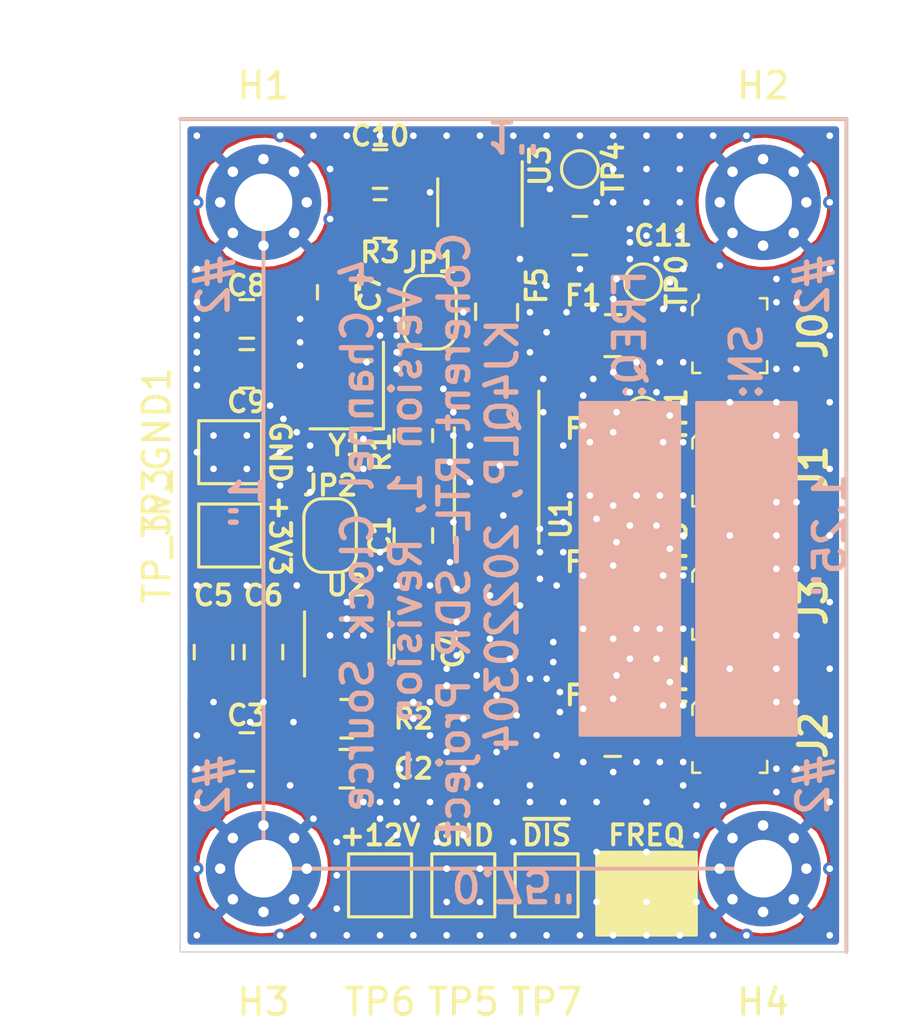
<source format=kicad_pcb>
(kicad_pcb (version 20171130) (host pcbnew 5.1.12-84ad8e8a86~92~ubuntu20.04.1)
  (title_block (title "4 Channel Clock Source Board, V1") (date 2021-03-14) (rev -) (company "Amateur Radio / Phased Arrays") (comment 1 "Coherent RTL-SDR Projects") (comment 2 creativecommons.org/licenses/by/4.0/) (comment 3 "License: CC BY 4.0") (comment 4 "Author: Zach Leffke, KJ4QLP"))
  (layers (0 F.Cu signal) (31 B.Cu signal) (34 B.Paste user) (35 F.Paste user) (36 B.SilkS user) (37 F.SilkS user) (38 B.Mask user) (39 F.Mask user) (44 Edge.Cuts user))
  (net 0 "")
  (net 1 +3V3)
  (net 2 GND)
  (net 3 "Net-(F1-Pad2)")
  (net 4 "Net-(F2-Pad2)")
  (net 5 "Net-(F3-Pad2)")
  (net 6 "Net-(F4-Pad2)")
  (net 7 "Net-(F5-Pad1)")
  (net 8 "Net-(F5-Pad2)")
  (net 9 /Y0)
  (net 10 /Y1)
  (net 11 /Y2)
  (net 12 /Y3)
  (net 13 +12V)
  (net 14 "Net-(C4-Pad1)")
  (net 15 "Net-(C5-Pad1)")
  (net 16 "Net-(R2-Pad2)")
  (net 17 "Net-(C10-Pad1)")
  (net 18 "Net-(C7-Pad1)")
  (net 19 "Net-(R1-Pad1)")
  (net 20 "Net-(Y1-Pad1)")
  (module TestPoint:TestPoint_Pad_D1.0mm (layer F.Cu) (at 142.24 65.405)
    (fp_text reference TP4 (at 1.27 0 90) (layer F.SilkS) (effects (font (size 0.762 0.762) (thickness 0.1524))))
    (fp_text value TestPoint)
    (pad 1 smd circle (at 0 0) (size 1 1) (layers F.Cu F.Mask) (net 17 "Net-(C10-Pad1)"))
  )
  (module Package_TO_SOT_SMD:SOT-23-6 (layer F.Cu) (at 138.43 66.675 270)
    (fp_text reference U3 (at -1.397 -2.286 90) (layer F.SilkS) (effects (font (size 0.762 0.762) (thickness 0.1524))))
    (fp_text value SN74LVC2G14DBV)
    (pad 5 smd rect (at 1.1 0 270) (size 1.06 0.65) (layers F.Cu F.Paste F.Mask) (net 1 +3V3))
    (pad 6 smd rect (at 1.1 -0.95 270) (size 1.06 0.65) (layers F.Cu F.Paste F.Mask) (net 7 "Net-(F5-Pad1)"))
    (pad 4 smd rect (at 1.1 0.95 270) (size 1.06 0.65) (layers F.Cu F.Paste F.Mask) (net 7 "Net-(F5-Pad1)"))
    (pad 3 smd rect (at -1.1 0.95 270) (size 1.06 0.65) (layers F.Cu F.Paste F.Mask) (net 17 "Net-(C10-Pad1)"))
    (pad 2 smd rect (at -1.1 0 270) (size 1.06 0.65) (layers F.Cu F.Paste F.Mask) (net 2 GND))
    (pad 1 smd rect (at -1.1 -0.95 270) (size 1.06 0.65) (layers F.Cu F.Paste F.Mask) (net 17 "Net-(C10-Pad1)"))
  )
  (module Crystal:Crystal_SMD_2520-4Pin_2.5x2.0mm (layer F.Cu) (at 133.35 73.66 90)
    (fp_text reference Y1 (at -2.286 0 180) (layer F.SilkS) (effects (font (size 0.762 0.762) (thickness 0.1524))))
    (fp_text value TCXO_B31)
    (pad 4 smd rect (at -0.875 -0.7 90) (size 1.15 1) (layers F.Cu F.Paste F.Mask) (net 1 +3V3))
    (pad 3 smd rect (at 0.875 -0.7 90) (size 1.15 1) (layers F.Cu F.Paste F.Mask) (net 18 "Net-(C7-Pad1)"))
    (pad 2 smd rect (at 0.875 0.7 90) (size 1.15 1) (layers F.Cu F.Paste F.Mask) (net 2 GND))
    (pad 1 smd rect (at -0.875 0.7 90) (size 1.15 1) (layers F.Cu F.Paste F.Mask) (net 20 "Net-(Y1-Pad1)"))
  )
  (module Resistor_SMD:R_0805_2012Metric (layer F.Cu) (at 134.62 67.31 180)
    (fp_text reference R3 (at 0 -1.27) (layer F.SilkS) (effects (font (size 0.762 0.762) (thickness 0.1524))))
    (fp_text value 10k)
    (pad 2 smd roundrect (at 0.9125 0 180) (size 1.025 1.4) (layers F.Cu F.Paste F.Mask) (roundrect_rratio 0.243902) (net 2 GND))
    (pad 1 smd roundrect (at -0.9125 0 180) (size 1.025 1.4) (layers F.Cu F.Paste F.Mask) (roundrect_rratio 0.243902) (net 17 "Net-(C10-Pad1)"))
  )
  (module Capacitor_SMD:C_0805_2012Metric (layer F.Cu) (at 142.24 67.945)
    (fp_text reference C11 (at 3.175 0) (layer F.SilkS) (effects (font (size 0.762 0.762) (thickness 0.1524))))
    (fp_text value 0.1uF)
    (pad 2 smd roundrect (at 0.95 0) (size 1 1.45) (layers F.Cu F.Paste F.Mask) (net 2 GND))
    (pad 1 smd roundrect (at -0.95 0) (size 1 1.45) (layers F.Cu F.Paste F.Mask) (net 1 +3V3))
  )
  (module Capacitor_SMD:C_0805_2012Metric (layer F.Cu) (at 134.62 65.405 180)
    (fp_text reference C10 (at 0 1.27) (layer F.SilkS) (effects (font (size 0.762 0.762) (thickness 0.1524))))
    (fp_text value 10pF)
    (pad 2 smd roundrect (at 0.95 0 180) (size 1 1.45) (layers F.Cu F.Paste F.Mask) (net 2 GND))
    (pad 1 smd roundrect (at -0.95 0 180) (size 1 1.45) (layers F.Cu F.Paste F.Mask) (net 17 "Net-(C10-Pad1)"))
  )
  (module Capacitor_SMD:C_0805_2012Metric (layer F.Cu) (at 129.54 73.025 180)
    (fp_text reference C9 (at 0 -1.27) (layer F.SilkS) (effects (font (size 0.762 0.762) (thickness 0.1524))))
    (fp_text value 0.01uF)
    (pad 2 smd roundrect (at 0.95 0 180) (size 1 1.45) (layers F.Cu F.Paste F.Mask) (net 2 GND))
    (pad 1 smd roundrect (at -0.95 0 180) (size 1 1.45) (layers F.Cu F.Paste F.Mask) (net 1 +3V3))
  )
  (module Capacitor_SMD:C_0805_2012Metric (layer F.Cu) (at 129.54 71.12 180)
    (fp_text reference C8 (at 0 1.27 180) (layer F.SilkS) (effects (font (size 0.762 0.762) (thickness 0.1524))))
    (fp_text value 0.1uF)
    (pad 2 smd roundrect (at 0.95 0 180) (size 1 1.45) (layers F.Cu F.Paste F.Mask) (net 2 GND))
    (pad 1 smd roundrect (at -0.95 0 180) (size 1 1.45) (layers F.Cu F.Paste F.Mask) (net 1 +3V3))
  )
  (module Capacitor_SMD:C_0805_2012Metric (layer F.Cu) (at 132.969 70.104 90)
    (fp_text reference C7 (at 0 1.27 270) (layer F.SilkS) (effects (font (size 0.762 0.762) (thickness 0.1524))))
    (fp_text value 1000pF)
    (pad 2 smd roundrect (at 0.95 0 90) (size 1 1.45) (layers F.Cu F.Paste F.Mask) (net 17 "Net-(C10-Pad1)"))
    (pad 1 smd roundrect (at -0.95 0 90) (size 1 1.45) (layers F.Cu F.Paste F.Mask) (net 18 "Net-(C7-Pad1)"))
  )
  (module Jumper:SolderJumper-2_P1.3mm_Open_RoundedPad1.0x1.5mm (layer F.Cu) (at 132.715 79.375 90)
    (fp_text reference JP2 (at 1.905 0 180) (layer F.SilkS) (effects (font (size 0.762 0.762) (thickness 0.1524))))
    (fp_text value VREG)
    (pad 2 smd custom (at 0.65 0 90) (size 1 0.5) (layers F.Cu F.Mask) (net 1 +3V3) (options (clearance outline) (anchor rect)) (primitives (gr_circle (center 0 0.25) (end 0.5 0.25) (width 0)) (gr_circle (center 0 -0.25) (end 0.5 -0.25) (width 0)) (gr_poly (pts (xy 0 -0.75) (xy -0.5 -0.75) (xy -0.5 0.75) (xy 0 0.75)) (width 0))))
    (pad 1 smd custom (at -0.65 0 90) (size 1 0.5) (layers F.Cu F.Mask) (net 15 "Net-(C5-Pad1)") (options (clearance outline) (anchor rect)) (primitives (gr_circle (center 0 0.25) (end 0.5 0.25) (width 0)) (gr_circle (center 0 -0.25) (end 0.5 -0.25) (width 0)) (gr_poly (pts (xy 0 -0.75) (xy 0.5 -0.75) (xy 0.5 0.75) (xy 0 0.75)) (width 0))))
  )
  (module TestPoint:TestPoint_Pad_2.0x2.0mm (layer F.Cu) (at 140.97 92.71)
    (fp_text reference TP7 (at 0 4.445) (layer F.SilkS))
    (fp_text value TestPoint)
    (pad 1 smd rect (at 0 0) (size 2 2) (layers F.Cu F.Mask) (net 16 "Net-(R2-Pad2)"))
  )
  (module Package_TO_SOT_SMD:SOT-23-5 (layer F.Cu) (at 133.35 83.185 90)
    (fp_text reference U2 (at 1.905 0 180) (layer F.SilkS) (effects (font (size 0.762 0.762) (thickness 0.1524))))
    (fp_text value SPX3819M5-L-3-3)
    (pad 5 smd rect (at 1.1 -0.95 90) (size 1.06 0.65) (layers F.Cu F.Paste F.Mask) (net 15 "Net-(C5-Pad1)"))
    (pad 4 smd rect (at 1.1 0.95 90) (size 1.06 0.65) (layers F.Cu F.Paste F.Mask) (net 14 "Net-(C4-Pad1)"))
    (pad 3 smd rect (at -1.1 0.95 90) (size 1.06 0.65) (layers F.Cu F.Paste F.Mask) (net 16 "Net-(R2-Pad2)"))
    (pad 2 smd rect (at -1.1 0 90) (size 1.06 0.65) (layers F.Cu F.Paste F.Mask) (net 2 GND))
    (pad 1 smd rect (at -1.1 -0.95 90) (size 1.06 0.65) (layers F.Cu F.Paste F.Mask) (net 13 +12V))
  )
  (module TestPoint:TestPoint_Pad_2.0x2.0mm (layer F.Cu) (at 137.795 92.71)
    (fp_text reference TP5 (at 0 4.445) (layer F.SilkS))
    (fp_text value TestPoint)
    (pad 1 smd rect (at 0 0) (size 2 2) (layers F.Cu F.Mask) (net 2 GND))
  )
  (module TestPoint:TestPoint_Pad_2.0x2.0mm (layer F.Cu) (at 134.62 92.71)
    (fp_text reference TP6 (at 0 4.445) (layer F.SilkS))
    (fp_text value TestPoint)
    (pad 1 smd rect (at 0 0) (size 2 2) (layers F.Cu F.Mask) (net 13 +12V))
  )
  (module Resistor_SMD:R_0805_2012Metric (layer F.Cu) (at 133.35 86.36)
    (fp_text reference R2 (at 2.54 0) (layer F.SilkS) (effects (font (size 0.762 0.762) (thickness 0.1524))))
    (fp_text value 100k)
    (pad 2 smd roundrect (at 0.9125 0) (size 1.025 1.4) (layers F.Cu F.Paste F.Mask) (roundrect_rratio 0.243902) (net 16 "Net-(R2-Pad2)"))
    (pad 1 smd roundrect (at -0.9125 0) (size 1.025 1.4) (layers F.Cu F.Paste F.Mask) (roundrect_rratio 0.243902) (net 13 +12V))
  )
  (module Capacitor_SMD:C_0805_2012Metric (layer F.Cu) (at 130.175 83.82 270)
    (fp_text reference C6 (at -2.159 0 180) (layer F.SilkS) (effects (font (size 0.762 0.762) (thickness 0.1524))))
    (fp_text value 0.1uF)
    (pad 2 smd roundrect (at 0.95 0 270) (size 1 1.45) (layers F.Cu F.Paste F.Mask) (net 2 GND))
    (pad 1 smd roundrect (at -0.95 0 270) (size 1 1.45) (layers F.Cu F.Paste F.Mask) (net 15 "Net-(C5-Pad1)"))
  )
  (module Capacitor_SMD:C_0805_2012Metric (layer F.Cu) (at 128.27 83.82 270)
    (fp_text reference C5 (at -2.159 0 180) (layer F.SilkS) (effects (font (size 0.762 0.762) (thickness 0.1524))))
    (fp_text value 10uF)
    (pad 2 smd roundrect (at 0.95 0 270) (size 1 1.45) (layers F.Cu F.Paste F.Mask) (net 2 GND))
    (pad 1 smd roundrect (at -0.95 0 270) (size 1 1.45) (layers F.Cu F.Paste F.Mask) (net 15 "Net-(C5-Pad1)"))
  )
  (module Capacitor_SMD:C_0805_2012Metric (layer F.Cu) (at 135.89 83.82 270)
    (fp_text reference C4 (at -0.127 -1.524 90) (layer F.SilkS) (effects (font (size 0.762 0.762) (thickness 0.1524))))
    (fp_text value 0.1uF)
    (pad 2 smd roundrect (at 0.95 0 270) (size 1 1.45) (layers F.Cu F.Paste F.Mask) (net 2 GND))
    (pad 1 smd roundrect (at -0.95 0 270) (size 1 1.45) (layers F.Cu F.Paste F.Mask) (net 14 "Net-(C4-Pad1)"))
  )
  (module Capacitor_SMD:C_0805_2012Metric (layer F.Cu) (at 129.54 87.63 180)
    (fp_text reference C3 (at 0 1.397) (layer F.SilkS) (effects (font (size 0.762 0.762) (thickness 0.1524))))
    (fp_text value 0.1uF)
    (pad 2 smd roundrect (at 0.95 0 180) (size 1 1.45) (layers F.Cu F.Paste F.Mask) (net 2 GND))
    (pad 1 smd roundrect (at -0.95 0 180) (size 1 1.45) (layers F.Cu F.Paste F.Mask) (net 13 +12V))
  )
  (module Capacitor_SMD:C_0805_2012Metric (layer F.Cu) (at 133.35 88.265)
    (fp_text reference C2 (at 2.54 0) (layer F.SilkS) (effects (font (size 0.762 0.762) (thickness 0.1524))))
    (fp_text value 1uF)
    (pad 2 smd roundrect (at 0.95 0) (size 1 1.45) (layers F.Cu F.Paste F.Mask) (net 2 GND))
    (pad 1 smd roundrect (at -0.95 0) (size 1 1.45) (layers F.Cu F.Paste F.Mask) (net 13 +12V))
  )
  (module MountingHole:MountingHole_2.2mm_M2_Pad_Via (layer F.Cu) (at 149.225 92.075)
    (fp_text reference H4 (at 0 5.08) (layer F.SilkS))
    (fp_text value MountingHole_Pad)
    (pad 1 thru_hole circle (at 1.166726 -1.166726) (size 0.7 0.7) (drill 0.4) (layers *.Cu *.Mask) (net 2 GND))
    (pad 1 thru_hole circle (at 0 -1.65) (size 0.7 0.7) (drill 0.4) (layers *.Cu *.Mask) (net 2 GND))
    (pad 1 thru_hole circle (at -1.166726 -1.166726) (size 0.7 0.7) (drill 0.4) (layers *.Cu *.Mask) (net 2 GND))
    (pad 1 thru_hole circle (at -1.65 0) (size 0.7 0.7) (drill 0.4) (layers *.Cu *.Mask) (net 2 GND))
    (pad 1 thru_hole circle (at -1.166726 1.166726) (size 0.7 0.7) (drill 0.4) (layers *.Cu *.Mask) (net 2 GND))
    (pad 1 thru_hole circle (at 0 1.65) (size 0.7 0.7) (drill 0.4) (layers *.Cu *.Mask) (net 2 GND))
    (pad 1 thru_hole circle (at 1.166726 1.166726) (size 0.7 0.7) (drill 0.4) (layers *.Cu *.Mask) (net 2 GND))
    (pad 1 thru_hole circle (at 1.65 0) (size 0.7 0.7) (drill 0.4) (layers *.Cu *.Mask) (net 2 GND))
    (pad 1 thru_hole circle (at 0 0) (size 4.4 4.4) (drill 2.2) (layers *.Cu *.Mask) (net 2 GND))
  )
  (module MountingHole:MountingHole_2.2mm_M2_Pad_Via (layer F.Cu) (at 130.175 92.075)
    (fp_text reference H3 (at 0 5.08) (layer F.SilkS))
    (fp_text value MountingHole_Pad)
    (pad 1 thru_hole circle (at 1.166726 -1.166726) (size 0.7 0.7) (drill 0.4) (layers *.Cu *.Mask) (net 2 GND))
    (pad 1 thru_hole circle (at 0 -1.65) (size 0.7 0.7) (drill 0.4) (layers *.Cu *.Mask) (net 2 GND))
    (pad 1 thru_hole circle (at -1.166726 -1.166726) (size 0.7 0.7) (drill 0.4) (layers *.Cu *.Mask) (net 2 GND))
    (pad 1 thru_hole circle (at -1.65 0) (size 0.7 0.7) (drill 0.4) (layers *.Cu *.Mask) (net 2 GND))
    (pad 1 thru_hole circle (at -1.166726 1.166726) (size 0.7 0.7) (drill 0.4) (layers *.Cu *.Mask) (net 2 GND))
    (pad 1 thru_hole circle (at 0 1.65) (size 0.7 0.7) (drill 0.4) (layers *.Cu *.Mask) (net 2 GND))
    (pad 1 thru_hole circle (at 1.166726 1.166726) (size 0.7 0.7) (drill 0.4) (layers *.Cu *.Mask) (net 2 GND))
    (pad 1 thru_hole circle (at 1.65 0) (size 0.7 0.7) (drill 0.4) (layers *.Cu *.Mask) (net 2 GND))
    (pad 1 thru_hole circle (at 0 0) (size 4.4 4.4) (drill 2.2) (layers *.Cu *.Mask) (net 2 GND))
  )
  (module Jumper:SolderJumper-2_P1.3mm_Open_RoundedPad1.0x1.5mm (layer F.Cu) (at 136.525 70.866 270)
    (fp_text reference JP1 (at -1.905 0 180) (layer F.SilkS) (effects (font (size 0.762 0.762) (thickness 0.1524))))
    (fp_text value CLKIN_FILT_BYPASS)
    (pad 2 smd custom (at 0.65 0 270) (size 1 0.5) (layers F.Cu F.Mask) (net 8 "Net-(F5-Pad2)") (options (clearance outline) (anchor rect)) (primitives (gr_circle (center 0 0.25) (end 0.5 0.25) (width 0)) (gr_circle (center 0 -0.25) (end 0.5 -0.25) (width 0)) (gr_poly (pts (xy 0 -0.75) (xy -0.5 -0.75) (xy -0.5 0.75) (xy 0 0.75)) (width 0))))
    (pad 1 smd custom (at -0.65 0 270) (size 1 0.5) (layers F.Cu F.Mask) (net 7 "Net-(F5-Pad1)") (options (clearance outline) (anchor rect)) (primitives (gr_circle (center 0 0.25) (end 0.5 0.25) (width 0)) (gr_circle (center 0 -0.25) (end 0.5 -0.25) (width 0)) (gr_poly (pts (xy 0 -0.75) (xy 0.5 -0.75) (xy 0.5 0.75) (xy 0 0.75)) (width 0))))
  )
  (module TestPoint:TestPoint_Pad_2.0x2.0mm (layer F.Cu) (at 128.905 76.2)
    (fp_text reference TP_GND1 (at -2.794 0 90) (layer F.SilkS))
    (fp_text value TestPoint)
    (pad 1 smd rect (at 0 0) (size 2 2) (layers F.Cu F.Mask) (net 2 GND))
  )
  (module TestPoint:TestPoint_Pad_2.0x2.0mm (layer F.Cu) (at 128.905 79.375)
    (fp_text reference TP_3v3 (at -2.794 0 90) (layer F.SilkS))
    (fp_text value TestPoint)
    (pad 1 smd rect (at 0 0) (size 2 2) (layers F.Cu F.Mask) (net 1 +3V3))
  )
  (module MountingHole:MountingHole_2.2mm_M2_Pad_Via (layer F.Cu) (at 149.225 66.675)
    (fp_text reference H2 (at 0 -4.445) (layer F.SilkS))
    (fp_text value MountingHole_Pad)
    (pad 1 thru_hole circle (at 1.166726 -1.166726) (size 0.7 0.7) (drill 0.4) (layers *.Cu *.Mask) (net 2 GND))
    (pad 1 thru_hole circle (at 0 -1.65) (size 0.7 0.7) (drill 0.4) (layers *.Cu *.Mask) (net 2 GND))
    (pad 1 thru_hole circle (at -1.166726 -1.166726) (size 0.7 0.7) (drill 0.4) (layers *.Cu *.Mask) (net 2 GND))
    (pad 1 thru_hole circle (at -1.65 0) (size 0.7 0.7) (drill 0.4) (layers *.Cu *.Mask) (net 2 GND))
    (pad 1 thru_hole circle (at -1.166726 1.166726) (size 0.7 0.7) (drill 0.4) (layers *.Cu *.Mask) (net 2 GND))
    (pad 1 thru_hole circle (at 0 1.65) (size 0.7 0.7) (drill 0.4) (layers *.Cu *.Mask) (net 2 GND))
    (pad 1 thru_hole circle (at 1.166726 1.166726) (size 0.7 0.7) (drill 0.4) (layers *.Cu *.Mask) (net 2 GND))
    (pad 1 thru_hole circle (at 1.65 0) (size 0.7 0.7) (drill 0.4) (layers *.Cu *.Mask) (net 2 GND))
    (pad 1 thru_hole circle (at 0 0) (size 4.4 4.4) (drill 2.2) (layers *.Cu *.Mask) (net 2 GND))
  )
  (module MountingHole:MountingHole_2.2mm_M2_Pad_Via (layer F.Cu) (at 130.175 66.675)
    (fp_text reference H1 (at 0 -4.445) (layer F.SilkS))
    (fp_text value MountingHole_Pad)
    (pad 1 thru_hole circle (at 1.166726 -1.166726) (size 0.7 0.7) (drill 0.4) (layers *.Cu *.Mask) (net 2 GND))
    (pad 1 thru_hole circle (at 0 -1.65) (size 0.7 0.7) (drill 0.4) (layers *.Cu *.Mask) (net 2 GND))
    (pad 1 thru_hole circle (at -1.166726 -1.166726) (size 0.7 0.7) (drill 0.4) (layers *.Cu *.Mask) (net 2 GND))
    (pad 1 thru_hole circle (at -1.65 0) (size 0.7 0.7) (drill 0.4) (layers *.Cu *.Mask) (net 2 GND))
    (pad 1 thru_hole circle (at -1.166726 1.166726) (size 0.7 0.7) (drill 0.4) (layers *.Cu *.Mask) (net 2 GND))
    (pad 1 thru_hole circle (at 0 1.65) (size 0.7 0.7) (drill 0.4) (layers *.Cu *.Mask) (net 2 GND))
    (pad 1 thru_hole circle (at 1.166726 1.166726) (size 0.7 0.7) (drill 0.4) (layers *.Cu *.Mask) (net 2 GND))
    (pad 1 thru_hole circle (at 1.65 0) (size 0.7 0.7) (drill 0.4) (layers *.Cu *.Mask) (net 2 GND))
    (pad 1 thru_hole circle (at 0 0) (size 4.4 4.4) (drill 2.2) (layers *.Cu *.Mask) (net 2 GND))
  )
  (module TestPoint:TestPoint_Pad_D1.0mm (layer F.Cu) (at 144.653 79.883)
    (fp_text reference TP3 (at 1.27 0 270) (layer F.SilkS) (effects (font (size 0.762 0.762) (thickness 0.1524))))
    (fp_text value TestPoint)
    (pad 1 smd circle (at 0 0) (size 1 1) (layers F.Cu F.Mask) (net 6 "Net-(F4-Pad2)"))
  )
  (module TestPoint:TestPoint_Pad_D1.0mm (layer F.Cu) (at 144.653 84.963)
    (fp_text reference TP2 (at 1.27 0 90) (layer F.SilkS) (effects (font (size 0.762 0.762) (thickness 0.1524))))
    (fp_text value TestPoint)
    (pad 1 smd circle (at 0 0) (size 1 1) (layers F.Cu F.Mask) (net 5 "Net-(F3-Pad2)"))
  )
  (module TestPoint:TestPoint_Pad_D1.0mm (layer F.Cu) (at 144.653 74.803)
    (fp_text reference TP1 (at 1.27 0 90) (layer F.SilkS) (effects (font (size 0.762 0.762) (thickness 0.1524))))
    (fp_text value TestPoint)
    (pad 1 smd circle (at 0 0) (size 1 1) (layers F.Cu F.Mask) (net 4 "Net-(F2-Pad2)"))
  )
  (module TestPoint:TestPoint_Pad_D1.0mm (layer F.Cu) (at 144.653 69.723)
    (fp_text reference TP0 (at 1.27 0 90) (layer F.SilkS) (effects (font (size 0.762 0.762) (thickness 0.1524))))
    (fp_text value TestPoint)
    (pad 1 smd circle (at 0 0) (size 1 1) (layers F.Cu F.Mask) (net 3 "Net-(F1-Pad2)"))
  )
  (module Package_SO:TSSOP-8_4.4x3mm_P0.65mm (layer F.Cu) (at 139.065 77.47 270)
    (fp_text reference U1 (at 1.27 -2.45 90) (layer F.SilkS) (effects (font (size 0.762 0.762) (thickness 0.1524))))
    (fp_text value 5PB1104PGxx)
    (pad 8 smd roundrect (at 2.8625 -0.975 270) (size 1.475 0.4) (layers F.Cu F.Paste F.Mask) (net 10 /Y1))
    (pad 7 smd roundrect (at 2.8625 -0.325 270) (size 1.475 0.4) (layers F.Cu F.Paste F.Mask) (net 12 /Y3))
    (pad 6 smd roundrect (at 2.8625 0.325 270) (size 1.475 0.4) (layers F.Cu F.Paste F.Mask) (net 1 +3V3))
    (pad 5 smd roundrect (at 2.8625 0.975 270) (size 1.475 0.4) (layers F.Cu F.Paste F.Mask) (net 11 /Y2))
    (pad 4 smd roundrect (at -2.8625 0.975 270) (size 1.475 0.4) (layers F.Cu F.Paste F.Mask) (net 2 GND))
    (pad 3 smd roundrect (at -2.8625 0.325 270) (size 1.475 0.4) (layers F.Cu F.Paste F.Mask) (net 9 /Y0))
    (pad 2 smd roundrect (at -2.8625 -0.325 270) (size 1.475 0.4) (layers F.Cu F.Paste F.Mask) (net 19 "Net-(R1-Pad1)"))
    (pad 1 smd roundrect (at -2.8625 -0.975 270) (size 1.475 0.4) (layers F.Cu F.Paste F.Mask) (net 8 "Net-(F5-Pad2)"))
  )
  (module Resistor_SMD:R_0805_2012Metric (layer F.Cu) (at 135.89 75.565 270)
    (fp_text reference R1 (at 0.635 1.27 90) (layer F.SilkS) (effects (font (size 0.762 0.762) (thickness 0.1524))))
    (fp_text value 100k)
    (pad 2 smd roundrect (at 0.9125 0 270) (size 1.025 1.4) (layers F.Cu F.Paste F.Mask) (roundrect_rratio 0.243902) (net 1 +3V3))
    (pad 1 smd roundrect (at -0.9125 0 270) (size 1.025 1.4) (layers F.Cu F.Paste F.Mask) (roundrect_rratio 0.243902) (net 19 "Net-(R1-Pad1)"))
  )
  (module digikey-footprints:Molex_734120114_UMC_RF_CONN_Vertical (layer F.Cu) (at 147.955 81.915 270)
    (fp_text reference J3 (at 0 -3.175 90) (layer F.SilkS) (effects (font (size 1.016 1.016) (thickness 0.2032))))
    (fp_text value Y3)
    (pad 1 smd rect (at -1.5 0 270) (size 1 2.2) (layers F.Cu F.Paste F.Mask) (net 2 GND))
    (pad 1 smd rect (at 1.5 0 270) (size 1 2.2) (layers F.Cu F.Paste F.Mask) (net 2 GND))
    (pad 2 smd rect (at 0 1.5 270) (size 1 1) (layers F.Cu F.Paste F.Mask) (net 6 "Net-(F4-Pad2)"))
    (pad 1 smd rect (at 0 -1.5 270) (size 1 1) (layers F.Cu F.Paste F.Mask) (net 2 GND))
  )
  (module digikey-footprints:Molex_734120114_UMC_RF_CONN_Vertical (layer F.Cu) (at 147.955 86.995 270)
    (fp_text reference J2 (at 0 -3.175 90) (layer F.SilkS) (effects (font (size 1.016 1.016) (thickness 0.2032))))
    (fp_text value Y2)
    (pad 1 smd rect (at -1.5 0 270) (size 1 2.2) (layers F.Cu F.Paste F.Mask) (net 2 GND))
    (pad 1 smd rect (at 1.5 0 270) (size 1 2.2) (layers F.Cu F.Paste F.Mask) (net 2 GND))
    (pad 2 smd rect (at 0 1.5 270) (size 1 1) (layers F.Cu F.Paste F.Mask) (net 5 "Net-(F3-Pad2)"))
    (pad 1 smd rect (at 0 -1.5 270) (size 1 1) (layers F.Cu F.Paste F.Mask) (net 2 GND))
  )
  (module digikey-footprints:Molex_734120114_UMC_RF_CONN_Vertical (layer F.Cu) (at 147.955 76.835 270)
    (fp_text reference J1 (at 0 -3.175 90) (layer F.SilkS) (effects (font (size 1.016 1.016) (thickness 0.2032))))
    (fp_text value Y1)
    (pad 1 smd rect (at -1.5 0 270) (size 1 2.2) (layers F.Cu F.Paste F.Mask) (net 2 GND))
    (pad 1 smd rect (at 1.5 0 270) (size 1 2.2) (layers F.Cu F.Paste F.Mask) (net 2 GND))
    (pad 2 smd rect (at 0 1.5 270) (size 1 1) (layers F.Cu F.Paste F.Mask) (net 4 "Net-(F2-Pad2)"))
    (pad 1 smd rect (at 0 -1.5 270) (size 1 1) (layers F.Cu F.Paste F.Mask) (net 2 GND))
  )
  (module digikey-footprints:Molex_734120114_UMC_RF_CONN_Vertical (layer F.Cu) (at 147.955 71.755 270)
    (fp_text reference J0 (at 0 -3.175 90) (layer F.SilkS) (effects (font (size 1.016 1.016) (thickness 0.2032))))
    (fp_text value Y0)
    (pad 1 smd rect (at -1.5 0 270) (size 1 2.2) (layers F.Cu F.Paste F.Mask) (net 2 GND))
    (pad 1 smd rect (at 1.5 0 270) (size 1 2.2) (layers F.Cu F.Paste F.Mask) (net 2 GND))
    (pad 2 smd rect (at 0 1.5 270) (size 1 1) (layers F.Cu F.Paste F.Mask) (net 3 "Net-(F1-Pad2)"))
    (pad 1 smd rect (at 0 -1.5 270) (size 1 1) (layers F.Cu F.Paste F.Mask) (net 2 GND))
  )
  (module kj4qlp:0805_3PC_Pad (layer F.Cu) (at 143.51 81.915)
    (fp_text reference F4 (at -1.143 -1.524) (layer F.SilkS) (effects (font (size 0.762 0.762) (thickness 0.1524))))
    (fp_text value MEM2012S35R0T001)
    (pad 3 smd rect (at 0 0) (size 0.4 2) (layers F.Cu F.Paste F.Mask) (net 2 GND))
    (pad 1 smd trapezoid (at -1.15 0) (size 1 1) (layers F.Cu F.Paste F.Mask) (net 12 /Y3))
    (pad 2 smd rect (at 1.15 0) (size 1 1) (layers F.Cu F.Paste F.Mask) (net 6 "Net-(F4-Pad2)"))
  )
  (module kj4qlp:0805_3PC_Pad (layer F.Cu) (at 143.51 86.995)
    (fp_text reference F3 (at -1.143 -1.524) (layer F.SilkS) (effects (font (size 0.762 0.762) (thickness 0.1524))))
    (fp_text value MEM2012S35R0T001)
    (pad 3 smd rect (at 0 0) (size 0.4 2) (layers F.Cu F.Paste F.Mask) (net 2 GND))
    (pad 1 smd trapezoid (at -1.15 0) (size 1 1) (layers F.Cu F.Paste F.Mask) (net 11 /Y2))
    (pad 2 smd rect (at 1.15 0) (size 1 1) (layers F.Cu F.Paste F.Mask) (net 5 "Net-(F3-Pad2)"))
  )
  (module kj4qlp:0805_3PC_Pad (layer F.Cu) (at 139.065 70.866 270)
    (fp_text reference F5 (at -1.016 -1.524 90) (layer F.SilkS) (effects (font (size 0.762 0.762) (thickness 0.1524))))
    (fp_text value MEM2012S35R0T001)
    (pad 3 smd rect (at 0 0 270) (size 0.4 2) (layers F.Cu F.Paste F.Mask) (net 2 GND))
    (pad 1 smd trapezoid (at -1.15 0 270) (size 1 1) (layers F.Cu F.Paste F.Mask) (net 7 "Net-(F5-Pad1)"))
    (pad 2 smd rect (at 1.15 0 270) (size 1 1) (layers F.Cu F.Paste F.Mask) (net 8 "Net-(F5-Pad2)"))
  )
  (module kj4qlp:0805_3PC_Pad (layer F.Cu) (at 143.51 76.835)
    (fp_text reference F2 (at -1.143 -1.524) (layer F.SilkS) (effects (font (size 0.762 0.762) (thickness 0.1524))))
    (fp_text value MEM2012S35R0T001)
    (pad 3 smd rect (at 0 0) (size 0.4 2) (layers F.Cu F.Paste F.Mask) (net 2 GND))
    (pad 1 smd trapezoid (at -1.15 0) (size 1 1) (layers F.Cu F.Paste F.Mask) (net 10 /Y1))
    (pad 2 smd rect (at 1.15 0) (size 1 1) (layers F.Cu F.Paste F.Mask) (net 4 "Net-(F2-Pad2)"))
  )
  (module kj4qlp:0805_3PC_Pad (layer F.Cu) (at 143.51 71.755)
    (fp_text reference F1 (at -1.143 -1.524) (layer F.SilkS) (effects (font (size 0.762 0.762) (thickness 0.1524))))
    (fp_text value MEM2012S35R0T001)
    (pad 3 smd rect (at 0 0) (size 0.4 2) (layers F.Cu F.Paste F.Mask) (net 2 GND))
    (pad 1 smd trapezoid (at -1.15 0) (size 1 1) (layers F.Cu F.Paste F.Mask) (net 9 /Y0))
    (pad 2 smd rect (at 1.15 0) (size 1 1) (layers F.Cu F.Paste F.Mask) (net 3 "Net-(F1-Pad2)"))
  )
  (module Capacitor_SMD:C_0805_2012Metric (layer F.Cu) (at 135.89 79.375 90)
    (fp_text reference C1 (at 0 -1.27 90) (layer F.SilkS) (effects (font (size 0.762 0.762) (thickness 0.1524))))
    (fp_text value 0.1uF)
    (pad 2 smd roundrect (at 0.95 0 90) (size 1 1.45) (layers F.Cu F.Paste F.Mask) (net 1 +3V3))
    (pad 1 smd roundrect (at -0.95 0 90) (size 1 1.45) (layers F.Cu F.Paste F.Mask) (net 2 GND))
  )
  (gr_text FREQ (at 144.78 90.805) (layer F.SilkS) (effects (font (size 0.762 0.762) (thickness 0.1524))))
  (gr_poly (pts (xy 146.685 94.615) (xy 142.875 94.615) (xy 142.875 91.44) (xy 146.685 91.44)) (layer F.SilkS) (width 0.1))
  (gr_text FREQ: (at 144.145 74.295 90) (layer B.SilkS) (effects (font (size 1.143 1.143) (thickness 0.2032)) (justify right mirror)))
  (gr_poly (pts (xy 146.05 86.995) (xy 142.24 86.995) (xy 142.24 74.295) (xy 146.05 74.295)) (layer B.SilkS) (width 0.1))
  (gr_text 1" (at 139.7 64.135 180) (layer B.SilkS) (effects (font (size 1.143 1.143) (thickness 0.2032)) (justify mirror)))
  (gr_line (start 127 63.5) (end 152.4 63.5) (layer B.SilkS) (width 0.15))
  (gr_text 1.25" (at 151.765 79.375 90) (layer B.SilkS) (effects (font (size 1.143 1.143) (thickness 0.2032)) (justify mirror)))
  (gr_line (start 152.4 63.5) (end 152.4 95.25) (layer B.SilkS) (width 0.15))
  (gr_text 0.75" (at 139.7 92.71 180) (layer B.SilkS) (effects (font (size 1.143 1.143) (thickness 0.2032)) (justify mirror)))
  (gr_text 1" (at 129.54 78.105 90) (layer B.SilkS) (effects (font (size 1.143 1.143) (thickness 0.2032)) (justify mirror)))
  (gr_line (start 130.175 92.075) (end 149.225 92.075) (layer B.SilkS) (width 0.15))
  (gr_line (start 130.175 66.675) (end 130.175 92.075) (layer B.SilkS) (width 0.15))
  (gr_text "#2" (at 128.27 88.9 90) (layer B.SilkS) (effects (font (size 1.143 1.143) (thickness 0.2032)) (justify mirror)))
  (gr_text "#2" (at 128.27 69.85 90) (layer B.SilkS) (effects (font (size 1.143 1.143) (thickness 0.2032)) (justify mirror)))
  (gr_text "#2" (at 151.13 69.85 90) (layer B.SilkS) (effects (font (size 1.143 1.143) (thickness 0.2032)) (justify mirror)))
  (gr_text "#2" (at 151.13 88.9 90) (layer B.SilkS) (effects (font (size 1.143 1.143) (thickness 0.2032)) (justify mirror)))
  (gr_text SN: (at 148.59 74.295 90) (layer B.SilkS) (effects (font (size 1.143 1.143) (thickness 0.2032)) (justify right mirror)))
  (gr_poly (pts (xy 150.495 86.995) (xy 146.685 86.995) (xy 146.685 74.295) (xy 150.495 74.295)) (layer B.SilkS) (width 0.1))
  (gr_text "4 Channel Clock Source\nVersion 1, Revision -\nCoherent RTL-SDR Project\nKJ4QLP, 20220304" (at 136.525 79.375 90) (layer B.SilkS) (effects (font (size 1.143 1.143) (thickness 0.2032)) (justify mirror)))
  (gr_text ~DIS (at 140.97 90.805) (layer F.SilkS) (effects (font (size 0.762 0.762) (thickness 0.1524))))
  (gr_text GND (at 130.81 76.2 -90) (layer F.SilkS) (effects (font (size 0.762 0.762) (thickness 0.1524))))
  (gr_text +3V3 (at 130.81 79.375 270) (layer F.SilkS) (effects (font (size 0.762 0.762) (thickness 0.1524))))
  (gr_text GND (at 137.795 90.805) (layer F.SilkS) (effects (font (size 0.762 0.762) (thickness 0.1524))))
  (gr_text +12V (at 134.62 90.805) (layer F.SilkS) (effects (font (size 0.762 0.762) (thickness 0.1524))))
  (gr_line (start 127 95.25) (end 127 63.5) (layer Edge.Cuts) (width 0.05))
  (gr_line (start 152.4 95.25) (end 127 95.25) (layer Edge.Cuts) (width 0.05))
  (gr_line (start 152.4 63.5) (end 152.4 95.25) (layer Edge.Cuts) (width 0.05))
  (gr_line (start 127 63.5) (end 152.4 63.5) (layer Edge.Cuts) (width 0.05))
  (segment (start 135.89 78.425) (end 135.89 77.47) (width 0.762) (layer F.Cu) (net 1))
  (segment (start 135.89 76.4775) (end 135.89 77.47) (width 0.762) (layer F.Cu) (net 1))
  (segment (start 138.74 80.3325) (end 138.74 79.177) (width 0.254) (layer F.Cu) (net 1))
  (segment (start 135.89 77.47) (end 137.033 77.47) (width 0.254) (layer F.Cu) (net 1))
  (segment (start 137.287 77.724) (end 137.16 77.597) (width 0.254) (layer F.Cu) (net 1))
  (segment (start 137.033 77.47) (end 137.287 77.724) (width 0.254) (layer F.Cu) (net 1))
  (segment (start 138.74 79.177) (end 137.287 77.724) (width 0.254) (layer F.Cu) (net 1))
  (segment (start 134.9375 77.47) (end 135.89 77.47) (width 0.762) (layer F.Cu) (net 1))
  (segment (start 133.6825 78.725) (end 134.9375 77.47) (width 0.762) (layer F.Cu) (net 1))
  (segment (start 132.715 78.725) (end 133.6825 78.725) (width 0.762) (layer F.Cu) (net 1))
  (segment (start 132.65 78.66) (end 132.715 78.725) (width 0.508) (layer F.Cu) (net 1))
  (segment (start 130.49 71.12) (end 130.49 73.025) (width 0.508) (layer F.Cu) (net 1))
  (segment (start 141.29 67.945) (end 141.29 66.995) (width 0.254) (layer F.Cu) (net 1))
  (segment (start 138.43 67.775) (end 138.43 66.929) (width 0.254) (layer F.Cu) (net 1))
  (segment (start 141.224 66.929) (end 141.29 66.995) (width 0.254) (layer F.Cu) (net 1))
  (segment (start 138.43 66.929) (end 141.224 66.929) (width 0.254) (layer F.Cu) (net 1))
  (segment (start 131.46 78.725) (end 132.715 78.725) (width 0.762) (layer F.Cu) (net 1))
  (segment (start 130.81 79.375) (end 131.46 78.725) (width 0.762) (layer F.Cu) (net 1))
  (segment (start 128.905 79.375) (end 130.81 79.375) (width 0.762) (layer F.Cu) (net 1))
  (segment (start 136.875599 67.021479) (end 136.968078 66.929) (width 0.254) (layer F.Cu) (net 1))
  (segment (start 136.875599 67.848401) (end 136.875599 67.021479) (width 0.254) (layer F.Cu) (net 1))
  (segment (start 134.62 70.104) (end 136.875599 67.848401) (width 0.254) (layer F.Cu) (net 1))
  (segment (start 136.968078 66.929) (end 138.43 66.929) (width 0.254) (layer F.Cu) (net 1))
  (segment (start 131.506 70.104) (end 134.62 70.104) (width 0.254) (layer F.Cu) (net 1))
  (segment (start 130.49 71.12) (end 131.506 70.104) (width 0.254) (layer F.Cu) (net 1))
  (segment (start 132.715 74.6) (end 132.65 74.535) (width 0.508) (layer F.Cu) (net 1))
  (segment (start 132.715 78.725) (end 132.715 74.6) (width 0.508) (layer F.Cu) (net 1))
  (segment (start 132 74.535) (end 130.49 73.025) (width 0.508) (layer F.Cu) (net 1))
  (segment (start 132.65 74.535) (end 132 74.535) (width 0.508) (layer F.Cu) (net 1))
  (via (at 138.049 75.946) (size 0.508) (drill 0.254) (layers F.Cu B.Cu) (net 2))
  (via (at 137.414 74.676) (size 0.508) (drill 0.254) (layers F.Cu B.Cu) (net 2))
  (via (at 143.51 75.438) (size 0.508) (drill 0.254) (layers F.Cu B.Cu) (net 2))
  (via (at 143.51 78.232) (size 0.508) (drill 0.254) (layers F.Cu B.Cu) (net 2))
  (via (at 143.51 80.518) (size 0.508) (drill 0.254) (layers F.Cu B.Cu) (net 2))
  (via (at 143.51 83.312) (size 0.508) (drill 0.254) (layers F.Cu B.Cu) (net 2))
  (via (at 143.51 85.598) (size 0.508) (drill 0.254) (layers F.Cu B.Cu) (net 2))
  (via (at 143.51 88.392) (size 0.508) (drill 0.254) (layers F.Cu B.Cu) (net 2))
  (via (at 143.51 73.152) (size 0.508) (drill 0.254) (layers F.Cu B.Cu) (net 2))
  (via (at 143.51 70.358) (size 0.508) (drill 0.254) (layers F.Cu B.Cu) (net 2))
  (via (at 140.843 74.676) (size 0.508) (drill 0.254) (layers F.Cu B.Cu) (net 2))
  (via (at 140.843 73.406) (size 0.508) (drill 0.254) (layers F.Cu B.Cu) (net 2))
  (via (at 140.335 72.39) (size 0.508) (drill 0.254) (layers F.Cu B.Cu) (net 2))
  (via (at 140.97 71.628) (size 0.508) (drill 0.254) (layers F.Cu B.Cu) (net 2))
  (via (at 141.732 70.866) (size 0.508) (drill 0.254) (layers F.Cu B.Cu) (net 2))
  (via (at 142.748 70.739) (size 0.508) (drill 0.254) (layers F.Cu B.Cu) (net 2))
  (via (at 141.605 75.946) (size 0.508) (drill 0.254) (layers F.Cu B.Cu) (net 2))
  (via (at 142.367 75.184) (size 0.508) (drill 0.254) (layers F.Cu B.Cu) (net 2))
  (via (at 142.367 74.041) (size 0.508) (drill 0.254) (layers F.Cu B.Cu) (net 2))
  (via (at 142.748 73.406) (size 0.508) (drill 0.254) (layers F.Cu B.Cu) (net 2))
  (via (at 144.399 72.771) (size 0.508) (drill 0.254) (layers F.Cu B.Cu) (net 2))
  (via (at 145.288 72.771) (size 0.508) (drill 0.254) (layers F.Cu B.Cu) (net 2))
  (via (at 142.621 75.819) (size 0.508) (drill 0.254) (layers F.Cu B.Cu) (net 2))
  (via (at 142.621 77.851) (size 0.508) (drill 0.254) (layers F.Cu B.Cu) (net 2))
  (via (at 141.859 77.851) (size 0.508) (drill 0.254) (layers F.Cu B.Cu) (net 2))
  (via (at 140.716 79.121) (size 0.508) (drill 0.254) (layers F.Cu B.Cu) (net 2))
  (via (at 141.605 78.867) (size 0.508) (drill 0.254) (layers F.Cu B.Cu) (net 2))
  (via (at 141.224 83.439) (size 0.508) (drill 0.254) (layers F.Cu B.Cu) (net 2))
  (via (at 140.716 80.01) (size 0.508) (drill 0.254) (layers F.Cu B.Cu) (net 2))
  (via (at 146.177 82.931) (size 0.508) (drill 0.254) (layers F.Cu B.Cu) (net 2))
  (via (at 142.367 80.899) (size 0.508) (drill 0.254) (layers F.Cu B.Cu) (net 2))
  (via (at 143.637 79.629) (size 0.508) (drill 0.254) (layers F.Cu B.Cu) (net 2))
  (via (at 144.145 78.994) (size 0.508) (drill 0.254) (layers F.Cu B.Cu) (net 2))
  (via (at 145.161 78.994) (size 0.508) (drill 0.254) (layers F.Cu B.Cu) (net 2))
  (via (at 145.669 79.883) (size 0.508) (drill 0.254) (layers F.Cu B.Cu) (net 2))
  (via (at 145.415 80.899) (size 0.508) (drill 0.254) (layers F.Cu B.Cu) (net 2))
  (via (at 146.177 80.899) (size 0.508) (drill 0.254) (layers F.Cu B.Cu) (net 2))
  (via (at 146.177 79.375) (size 0.508) (drill 0.254) (layers F.Cu B.Cu) (net 2))
  (via (at 146.177 77.851) (size 0.508) (drill 0.254) (layers F.Cu B.Cu) (net 2))
  (via (at 140.716 81.026) (size 0.508) (drill 0.254) (layers F.Cu B.Cu) (net 2))
  (via (at 141.351 81.28) (size 0.508) (drill 0.254) (layers F.Cu B.Cu) (net 2))
  (via (at 138.811 81.661) (size 0.508) (drill 0.254) (layers F.Cu B.Cu) (net 2))
  (via (at 138.811 83.312) (size 0.508) (drill 0.254) (layers F.Cu B.Cu) (net 2))
  (via (at 144.399 82.931) (size 0.508) (drill 0.254) (layers F.Cu B.Cu) (net 2))
  (via (at 139.573 84.074) (size 0.508) (drill 0.254) (layers F.Cu B.Cu) (net 2))
  (via (at 140.335 84.836) (size 0.508) (drill 0.254) (layers F.Cu B.Cu) (net 2))
  (via (at 140.97 84.836) (size 0.508) (drill 0.254) (layers F.Cu B.Cu) (net 2))
  (via (at 141.478 86.106) (size 0.508) (drill 0.254) (layers F.Cu B.Cu) (net 2))
  (via (at 141.478 85.344) (size 0.508) (drill 0.254) (layers F.Cu B.Cu) (net 2))
  (via (at 137.541 82.677) (size 0.508) (drill 0.254) (layers F.Cu B.Cu) (net 2))
  (via (at 142.367 85.979) (size 0.508) (drill 0.254) (layers F.Cu B.Cu) (net 2))
  (via (at 139.954 82.042) (size 0.508) (drill 0.254) (layers F.Cu B.Cu) (net 2))
  (via (at 141.224 84.201) (size 0.508) (drill 0.254) (layers F.Cu B.Cu) (net 2))
  (via (at 142.367 82.931) (size 0.508) (drill 0.254) (layers F.Cu B.Cu) (net 2))
  (via (at 146.177 84.455) (size 0.508) (drill 0.254) (layers F.Cu B.Cu) (net 2))
  (via (at 146.177 85.852) (size 0.508) (drill 0.254) (layers F.Cu B.Cu) (net 2))
  (via (at 145.288 82.931) (size 0.508) (drill 0.254) (layers F.Cu B.Cu) (net 2))
  (via (at 145.288 77.851) (size 0.508) (drill 0.254) (layers F.Cu B.Cu) (net 2))
  (via (at 144.399 77.851) (size 0.508) (drill 0.254) (layers F.Cu B.Cu) (net 2))
  (via (at 144.399 88.011) (size 0.508) (drill 0.254) (layers F.Cu B.Cu) (net 2))
  (via (at 146.177 88.011) (size 0.508) (drill 0.254) (layers F.Cu B.Cu) (net 2))
  (via (at 145.288 88.011) (size 0.508) (drill 0.254) (layers F.Cu B.Cu) (net 2))
  (via (at 145.415 85.852) (size 0.508) (drill 0.254) (layers F.Cu B.Cu) (net 2))
  (via (at 142.367 88.011) (size 0.508) (drill 0.254) (layers F.Cu B.Cu) (net 2))
  (via (at 137.541 83.947) (size 0.508) (drill 0.254) (layers F.Cu B.Cu) (net 2))
  (via (at 138.303 84.709) (size 0.508) (drill 0.254) (layers F.Cu B.Cu) (net 2))
  (via (at 139.065 85.471) (size 0.508) (drill 0.254) (layers F.Cu B.Cu) (net 2))
  (via (at 139.827 86.233) (size 0.508) (drill 0.254) (layers F.Cu B.Cu) (net 2))
  (via (at 140.589 86.995) (size 0.508) (drill 0.254) (layers F.Cu B.Cu) (net 2))
  (via (at 141.351 87.757) (size 0.508) (drill 0.254) (layers F.Cu B.Cu) (net 2))
  (via (at 137.541 81.407) (size 0.508) (drill 0.254) (layers F.Cu B.Cu) (net 2))
  (via (at 136.525 81.28) (size 0.508) (drill 0.254) (layers F.Cu B.Cu) (net 2))
  (via (at 135.255 81.28) (size 0.508) (drill 0.254) (layers F.Cu B.Cu) (net 2))
  (via (at 137.287 80.391) (size 0.508) (drill 0.254) (layers F.Cu B.Cu) (net 2))
  (via (at 137.414 78.867) (size 0.508) (drill 0.254) (layers F.Cu B.Cu) (net 2))
  (via (at 139.319 78.613) (size 0.508) (drill 0.254) (layers F.Cu B.Cu) (net 2))
  (via (at 138.049 77.343) (size 0.508) (drill 0.254) (layers F.Cu B.Cu) (net 2))
  (via (at 139.192 76.708) (size 0.508) (drill 0.254) (layers F.Cu B.Cu) (net 2))
  (via (at 137.033 73.787) (size 0.508) (drill 0.254) (layers F.Cu B.Cu) (net 2))
  (via (at 137.287 76.581) (size 0.508) (drill 0.254) (layers F.Cu B.Cu) (net 2))
  (via (at 146.177 75.819) (size 0.508) (drill 0.254) (layers F.Cu B.Cu) (net 2))
  (via (at 146.177 74.295) (size 0.508) (drill 0.254) (layers F.Cu B.Cu) (net 2))
  (via (at 146.177 72.771) (size 0.508) (drill 0.254) (layers F.Cu B.Cu) (net 2))
  (via (at 145.415 75.819) (size 0.508) (drill 0.254) (layers F.Cu B.Cu) (net 2))
  (via (at 145.415 70.739) (size 0.508) (drill 0.254) (layers F.Cu B.Cu) (net 2))
  (via (at 146.177 70.739) (size 0.508) (drill 0.254) (layers F.Cu B.Cu) (net 2))
  (via (at 146.177 69.215) (size 0.508) (drill 0.254) (layers F.Cu B.Cu) (net 2))
  (via (at 143.637 69.596) (size 0.508) (drill 0.254) (layers F.Cu B.Cu) (net 2))
  (via (at 144.145 68.834) (size 0.508) (drill 0.254) (layers F.Cu B.Cu) (net 2))
  (via (at 145.161 68.834) (size 0.508) (drill 0.254) (layers F.Cu B.Cu) (net 2))
  (via (at 145.669 69.723) (size 0.508) (drill 0.254) (layers F.Cu B.Cu) (net 2))
  (via (at 143.637 74.676) (size 0.508) (drill 0.254) (layers F.Cu B.Cu) (net 2))
  (via (at 144.145 73.914) (size 0.508) (drill 0.254) (layers F.Cu B.Cu) (net 2))
  (via (at 145.161 73.914) (size 0.508) (drill 0.254) (layers F.Cu B.Cu) (net 2))
  (via (at 145.669 74.803) (size 0.508) (drill 0.254) (layers F.Cu B.Cu) (net 2))
  (via (at 143.637 84.709) (size 0.508) (drill 0.254) (layers F.Cu B.Cu) (net 2))
  (via (at 144.145 84.074) (size 0.508) (drill 0.254) (layers F.Cu B.Cu) (net 2))
  (via (at 145.161 84.074) (size 0.508) (drill 0.254) (layers F.Cu B.Cu) (net 2))
  (via (at 145.669 84.963) (size 0.508) (drill 0.254) (layers F.Cu B.Cu) (net 2))
  (via (at 135.89 85.725) (size 0.508) (drill 0.254) (layers F.Cu B.Cu) (net 2))
  (via (at 136.525 85.725) (size 0.508) (drill 0.254) (layers F.Cu B.Cu) (net 2))
  (via (at 135.255 88.9) (size 0.508) (drill 0.254) (layers F.Cu B.Cu) (net 2))
  (via (at 127.635 88.265) (size 0.508) (drill 0.254) (layers F.Cu B.Cu) (net 2))
  (via (at 127.635 86.995) (size 0.508) (drill 0.254) (layers F.Cu B.Cu) (net 2))
  (via (at 137.16 92.075) (size 0.508) (drill 0.254) (layers F.Cu B.Cu) (net 2))
  (via (at 138.43 92.075) (size 0.508) (drill 0.254) (layers F.Cu B.Cu) (net 2))
  (via (at 138.43 93.345) (size 0.508) (drill 0.254) (layers F.Cu B.Cu) (net 2))
  (via (at 137.16 93.345) (size 0.508) (drill 0.254) (layers F.Cu B.Cu) (net 2))
  (via (at 128.27 75.565) (size 0.508) (drill 0.254) (layers F.Cu B.Cu) (net 2))
  (via (at 129.54 75.565) (size 0.508) (drill 0.254) (layers F.Cu B.Cu) (net 2))
  (via (at 129.54 76.835) (size 0.508) (drill 0.254) (layers F.Cu B.Cu) (net 2))
  (via (at 128.27 76.835) (size 0.508) (drill 0.254) (layers F.Cu B.Cu) (net 2))
  (via (at 135.382 88.265) (size 0.508) (drill 0.254) (layers F.Cu B.Cu) (net 2))
  (via (at 151.765 64.135) (size 0.508) (drill 0.254) (layers F.Cu B.Cu) (net 2))
  (via (at 151.765 69.215) (size 0.508) (drill 0.254) (layers F.Cu B.Cu) (net 2))
  (via (at 151.765 71.755) (size 0.508) (drill 0.254) (layers F.Cu B.Cu) (net 2))
  (via (at 151.765 74.295) (size 0.508) (drill 0.254) (layers F.Cu B.Cu) (net 2))
  (via (at 151.765 76.835) (size 0.508) (drill 0.254) (layers F.Cu B.Cu) (net 2))
  (via (at 151.765 79.375) (size 0.508) (drill 0.254) (layers F.Cu B.Cu) (net 2))
  (via (at 151.765 81.915) (size 0.508) (drill 0.254) (layers F.Cu B.Cu) (net 2))
  (via (at 151.765 84.455) (size 0.508) (drill 0.254) (layers F.Cu B.Cu) (net 2))
  (via (at 151.765 86.995) (size 0.508) (drill 0.254) (layers F.Cu B.Cu) (net 2))
  (via (at 151.765 89.535) (size 0.508) (drill 0.254) (layers F.Cu B.Cu) (net 2))
  (via (at 139.7 64.135) (size 0.508) (drill 0.254) (layers F.Cu B.Cu) (net 2))
  (via (at 144.78 64.135) (size 0.508) (drill 0.254) (layers F.Cu B.Cu) (net 2))
  (via (at 147.32 64.135) (size 0.508) (drill 0.254) (layers F.Cu B.Cu) (net 2))
  (via (at 142.24 64.135) (size 0.508) (drill 0.254) (layers F.Cu B.Cu) (net 2))
  (via (at 134.62 64.135) (size 0.508) (drill 0.254) (layers F.Cu B.Cu) (net 2))
  (via (at 132.08 64.135) (size 0.508) (drill 0.254) (layers F.Cu B.Cu) (net 2))
  (via (at 137.16 64.135) (size 0.508) (drill 0.254) (layers F.Cu B.Cu) (net 2))
  (via (at 134.62 94.615) (size 0.508) (drill 0.254) (layers F.Cu B.Cu) (net 2))
  (via (at 142.24 94.615) (size 0.508) (drill 0.254) (layers F.Cu B.Cu) (net 2))
  (via (at 132.08 94.615) (size 0.508) (drill 0.254) (layers F.Cu B.Cu) (net 2))
  (via (at 139.7 94.615) (size 0.508) (drill 0.254) (layers F.Cu B.Cu) (net 2))
  (via (at 137.16 94.615) (size 0.508) (drill 0.254) (layers F.Cu B.Cu) (net 2))
  (via (at 147.32 94.615) (size 0.508) (drill 0.254) (layers F.Cu B.Cu) (net 2))
  (via (at 144.78 94.615) (size 0.508) (drill 0.254) (layers F.Cu B.Cu) (net 2))
  (via (at 127.635 69.215) (size 0.508) (drill 0.254) (layers F.Cu B.Cu) (net 2))
  (via (at 127.635 71.12) (size 0.508) (drill 0.254) (layers F.Cu B.Cu) (net 2))
  (via (at 127.635 73.66) (size 0.508) (drill 0.254) (layers F.Cu B.Cu) (net 2))
  (via (at 127.635 73.025) (size 0.508) (drill 0.254) (layers F.Cu B.Cu) (net 2))
  (via (at 127.635 81.28) (size 0.508) (drill 0.254) (layers F.Cu B.Cu) (net 2))
  (via (at 151.765 66.675) (size 0.508) (drill 0.254) (layers F.Cu B.Cu) (net 2))
  (via (at 142.875 89.535) (size 0.508) (drill 0.254) (layers F.Cu B.Cu) (net 2))
  (via (at 146.685 90.805) (size 0.508) (drill 0.254) (layers F.Cu B.Cu) (net 2))
  (via (at 141.605 89.535) (size 0.508) (drill 0.254) (layers F.Cu B.Cu) (net 2))
  (via (at 140.335 89.535) (size 0.508) (drill 0.254) (layers F.Cu B.Cu) (net 2))
  (via (at 136.525 86.995) (size 0.508) (drill 0.254) (layers F.Cu B.Cu) (net 2))
  (via (at 137.16 87.63) (size 0.508) (drill 0.254) (layers F.Cu B.Cu) (net 2))
  (via (at 151.765 94.615) (size 0.508) (drill 0.254) (layers F.Cu B.Cu) (net 2))
  (via (at 127.635 94.615) (size 0.508) (drill 0.254) (layers F.Cu B.Cu) (net 2))
  (via (at 127.635 89.535) (size 0.508) (drill 0.254) (layers F.Cu B.Cu) (net 2))
  (via (at 127.635 64.135) (size 0.508) (drill 0.254) (layers F.Cu B.Cu) (net 2))
  (via (at 150.495 80.645) (size 0.508) (drill 0.254) (layers F.Cu B.Cu) (net 2))
  (via (at 150.495 70.485) (size 0.508) (drill 0.254) (layers F.Cu B.Cu) (net 2))
  (via (at 150.495 85.725) (size 0.508) (drill 0.254) (layers F.Cu B.Cu) (net 2))
  (via (at 150.495 83.185) (size 0.508) (drill 0.254) (layers F.Cu B.Cu) (net 2))
  (via (at 150.495 75.565) (size 0.508) (drill 0.254) (layers F.Cu B.Cu) (net 2))
  (via (at 150.495 78.105) (size 0.508) (drill 0.254) (layers F.Cu B.Cu) (net 2))
  (via (at 150.495 73.025) (size 0.508) (drill 0.254) (layers F.Cu B.Cu) (net 2))
  (via (at 150.495 88.265) (size 0.508) (drill 0.254) (layers F.Cu B.Cu) (net 2))
  (via (at 131.445 81.28) (size 0.508) (drill 0.254) (layers F.Cu B.Cu) (net 2))
  (via (at 129.54 81.28) (size 0.508) (drill 0.254) (layers F.Cu B.Cu) (net 2))
  (via (at 133.35 83.185) (size 0.508) (drill 0.254) (layers F.Cu B.Cu) (net 2))
  (via (at 137.795 90.805) (size 0.508) (drill 0.254) (layers F.Cu B.Cu) (net 2))
  (via (at 136.525 89.535) (size 0.508) (drill 0.254) (layers F.Cu B.Cu) (net 2))
  (via (at 135.89 90.17) (size 0.508) (drill 0.254) (layers F.Cu B.Cu) (net 2))
  (via (at 136.779 91.059) (size 0.508) (drill 0.254) (layers F.Cu B.Cu) (net 2))
  (via (at 139.7 91.059) (size 0.508) (drill 0.254) (layers F.Cu B.Cu) (net 2))
  (via (at 132.969 91.059) (size 0.508) (drill 0.254) (layers F.Cu B.Cu) (net 2))
  (via (at 129.667 88.9) (size 0.508) (drill 0.254) (layers F.Cu B.Cu) (net 2))
  (via (at 131.191 88.9) (size 0.508) (drill 0.254) (layers F.Cu B.Cu) (net 2))
  (via (at 129.667 86.487) (size 0.508) (drill 0.254) (layers F.Cu B.Cu) (net 2))
  (via (at 131.318 86.487) (size 0.508) (drill 0.254) (layers F.Cu B.Cu) (net 2))
  (via (at 147.955 74.295) (size 0.508) (drill 0.254) (layers F.Cu B.Cu) (net 2))
  (via (at 149.733 74.295) (size 0.508) (drill 0.254) (layers F.Cu B.Cu) (net 2))
  (via (at 147.955 79.375) (size 0.508) (drill 0.254) (layers F.Cu B.Cu) (net 2))
  (via (at 147.955 84.455) (size 0.508) (drill 0.254) (layers F.Cu B.Cu) (net 2))
  (via (at 149.733 84.455) (size 0.508) (drill 0.254) (layers F.Cu B.Cu) (net 2))
  (via (at 149.733 79.375) (size 0.508) (drill 0.254) (layers F.Cu B.Cu) (net 2))
  (via (at 146.177 88.9) (size 0.508) (drill 0.254) (layers F.Cu B.Cu) (net 2))
  (via (at 147.701 89.662) (size 0.508) (drill 0.254) (layers F.Cu B.Cu) (net 2))
  (via (at 146.685 89.662) (size 0.508) (drill 0.254) (layers F.Cu B.Cu) (net 2))
  (via (at 149.733 88.265) (size 0.508) (drill 0.254) (layers F.Cu B.Cu) (net 2))
  (via (at 149.733 89.154) (size 0.508) (drill 0.254) (layers F.Cu B.Cu) (net 2))
  (via (at 149.733 85.725) (size 0.508) (drill 0.254) (layers F.Cu B.Cu) (net 2))
  (via (at 149.733 83.185) (size 0.508) (drill 0.254) (layers F.Cu B.Cu) (net 2))
  (via (at 149.733 80.645) (size 0.508) (drill 0.254) (layers F.Cu B.Cu) (net 2))
  (via (at 149.733 78.105) (size 0.508) (drill 0.254) (layers F.Cu B.Cu) (net 2))
  (via (at 149.733 75.565) (size 0.508) (drill 0.254) (layers F.Cu B.Cu) (net 2))
  (via (at 149.733 73.025) (size 0.508) (drill 0.254) (layers F.Cu B.Cu) (net 2))
  (via (at 149.733 70.485) (size 0.508) (drill 0.254) (layers F.Cu B.Cu) (net 2))
  (via (at 149.733 69.596) (size 0.508) (drill 0.254) (layers F.Cu B.Cu) (net 2))
  (via (at 147.574 69.088) (size 0.508) (drill 0.254) (layers F.Cu B.Cu) (net 2))
  (via (at 151.765 92.075) (size 0.508) (drill 0.254) (layers F.Cu B.Cu) (net 2))
  (via (at 142.24 69.215) (size 0.508) (drill 0.254) (layers F.Cu B.Cu) (net 2))
  (via (at 140.335 70.866) (size 0.508) (drill 0.254) (layers F.Cu B.Cu) (net 2))
  (via (at 137.795 70.866) (size 0.508) (drill 0.254) (layers F.Cu B.Cu) (net 2))
  (via (at 138.43 64.135) (size 0.508) (drill 0.254) (layers F.Cu B.Cu) (net 2))
  (via (at 135.255 73.025) (size 0.508) (drill 0.254) (layers F.Cu B.Cu) (net 2))
  (via (at 134.62 71.755) (size 0.508) (drill 0.254) (layers F.Cu B.Cu) (net 2))
  (via (at 135.255 71.755) (size 0.508) (drill 0.254) (layers F.Cu B.Cu) (net 2))
  (via (at 135.255 72.39) (size 0.508) (drill 0.254) (layers F.Cu B.Cu) (net 2))
  (via (at 133.985 76.835) (size 0.508) (drill 0.254) (layers F.Cu B.Cu) (net 2))
  (via (at 131.953 76.835) (size 0.508) (drill 0.254) (layers F.Cu B.Cu) (net 2))
  (via (at 130.81 77.47) (size 0.508) (drill 0.254) (layers F.Cu B.Cu) (net 2))
  (via (at 127.635 76.2) (size 0.508) (drill 0.254) (layers F.Cu B.Cu) (net 2))
  (via (at 130.429 74.422) (size 0.508) (drill 0.254) (layers F.Cu B.Cu) (net 2))
  (via (at 143.51 66.675) (size 0.508) (drill 0.254) (layers F.Cu B.Cu) (net 2))
  (via (at 144.145 68.199) (size 0.508) (drill 0.254) (layers F.Cu B.Cu) (net 2))
  (via (at 132.715 65.405) (size 0.508) (drill 0.254) (layers F.Cu B.Cu) (net 2))
  (via (at 131.572 72.009) (size 0.508) (drill 0.254) (layers F.Cu B.Cu) (net 2))
  (via (at 139.954 68.834) (size 0.508) (drill 0.254) (layers F.Cu B.Cu) (net 2))
  (via (at 144.78 66.675) (size 0.508) (drill 0.254) (layers F.Cu B.Cu) (net 2))
  (via (at 146.05 67.945) (size 0.508) (drill 0.254) (layers F.Cu B.Cu) (net 2))
  (via (at 144.78 67.945) (size 0.508) (drill 0.254) (layers F.Cu B.Cu) (net 2))
  (via (at 141.605 80.01) (size 0.508) (drill 0.254) (layers F.Cu B.Cu) (net 2))
  (via (at 142.875 78.74) (size 0.508) (drill 0.254) (layers F.Cu B.Cu) (net 2))
  (via (at 132.715 67.31) (size 0.508) (drill 0.254) (layers F.Cu B.Cu) (net 2))
  (via (at 136.525 66.294) (size 0.508) (drill 0.254) (layers F.Cu B.Cu) (net 2))
  (via (at 134.112 72.771) (size 0.508) (drill 0.254) (layers F.Cu B.Cu) (net 2))
  (via (at 142.875 66.675) (size 0.508) (drill 0.254) (layers F.Cu B.Cu) (net 2))
  (via (at 146.05 66.675) (size 0.508) (drill 0.254) (layers F.Cu B.Cu) (net 2))
  (via (at 146.05 65.405) (size 0.508) (drill 0.254) (layers F.Cu B.Cu) (net 2))
  (via (at 144.78 65.405) (size 0.508) (drill 0.254) (layers F.Cu B.Cu) (net 2))
  (via (at 143.51 65.405) (size 0.508) (drill 0.254) (layers F.Cu B.Cu) (net 2))
  (via (at 143.51 64.135) (size 0.508) (drill 0.254) (layers F.Cu B.Cu) (net 2))
  (via (at 146.05 64.135) (size 0.508) (drill 0.254) (layers F.Cu B.Cu) (net 2))
  (via (at 140.97 64.135) (size 0.508) (drill 0.254) (layers F.Cu B.Cu) (net 2))
  (via (at 135.89 64.135) (size 0.508) (drill 0.254) (layers F.Cu B.Cu) (net 2))
  (via (at 133.35 64.135) (size 0.508) (drill 0.254) (layers F.Cu B.Cu) (net 2))
  (via (at 130.81 64.135) (size 0.508) (drill 0.254) (layers F.Cu B.Cu) (net 2))
  (via (at 148.59 64.135) (size 0.508) (drill 0.254) (layers F.Cu B.Cu) (net 2))
  (via (at 135.255 71.12) (size 0.508) (drill 0.254) (layers F.Cu B.Cu) (net 2))
  (via (at 134.62 71.12) (size 0.508) (drill 0.254) (layers F.Cu B.Cu) (net 2))
  (via (at 131.572 71.12) (size 0.508) (drill 0.254) (layers F.Cu B.Cu) (net 2))
  (via (at 131.572 72.898) (size 0.508) (drill 0.254) (layers F.Cu B.Cu) (net 2))
  (via (at 137.414 75.565) (size 0.508) (drill 0.254) (layers F.Cu B.Cu) (net 2))
  (via (at 141.097 66.167) (size 0.508) (drill 0.254) (layers F.Cu B.Cu) (net 2))
  (via (at 140.97 69.85) (size 0.508) (drill 0.254) (layers F.Cu B.Cu) (net 2))
  (via (at 144.145 67.691) (size 0.508) (drill 0.254) (layers F.Cu B.Cu) (net 2))
  (via (at 133.985 75.692) (size 0.508) (drill 0.254) (layers F.Cu B.Cu) (net 2))
  (via (at 127.635 72.39) (size 0.508) (drill 0.254) (layers F.Cu B.Cu) (net 2))
  (via (at 127.635 71.755) (size 0.508) (drill 0.254) (layers F.Cu B.Cu) (net 2))
  (via (at 127.635 70.485) (size 0.508) (drill 0.254) (layers F.Cu B.Cu) (net 2))
  (via (at 137.795 88.265) (size 0.508) (drill 0.254) (layers F.Cu B.Cu) (net 2))
  (via (at 138.43 88.9) (size 0.508) (drill 0.254) (layers F.Cu B.Cu) (net 2))
  (via (at 137.795 86.36) (size 0.508) (drill 0.254) (layers F.Cu B.Cu) (net 2))
  (via (at 139.065 87.63) (size 0.508) (drill 0.254) (layers F.Cu B.Cu) (net 2))
  (via (at 134.62 80.645) (size 0.508) (drill 0.254) (layers F.Cu B.Cu) (net 2))
  (via (at 134.62 80.01) (size 0.508) (drill 0.254) (layers F.Cu B.Cu) (net 2))
  (via (at 133.35 82.55) (size 0.508) (drill 0.254) (layers F.Cu B.Cu) (net 2))
  (via (at 133.35 81.915) (size 0.508) (drill 0.254) (layers F.Cu B.Cu) (net 2))
  (via (at 133.985 83.185) (size 0.508) (drill 0.254) (layers F.Cu B.Cu) (net 2))
  (via (at 132.715 83.185) (size 0.508) (drill 0.254) (layers F.Cu B.Cu) (net 2))
  (via (at 130.937 74.93) (size 0.508) (drill 0.254) (layers F.Cu B.Cu) (net 2))
  (via (at 131.445 75.438) (size 0.508) (drill 0.254) (layers F.Cu B.Cu) (net 2))
  (via (at 131.953 75.946) (size 0.508) (drill 0.254) (layers F.Cu B.Cu) (net 2))
  (via (at 130.81 76.2) (size 0.508) (drill 0.254) (layers F.Cu B.Cu) (net 2))
  (via (at 131.953 77.724) (size 0.508) (drill 0.254) (layers F.Cu B.Cu) (net 2))
  (via (at 133.35 94.615) (size 0.508) (drill 0.254) (layers F.Cu B.Cu) (net 2))
  (via (at 135.89 94.615) (size 0.508) (drill 0.254) (layers F.Cu B.Cu) (net 2))
  (via (at 138.43 94.615) (size 0.508) (drill 0.254) (layers F.Cu B.Cu) (net 2))
  (via (at 140.97 94.615) (size 0.508) (drill 0.254) (layers F.Cu B.Cu) (net 2))
  (via (at 143.51 94.615) (size 0.508) (drill 0.254) (layers F.Cu B.Cu) (net 2))
  (via (at 146.05 94.615) (size 0.508) (drill 0.254) (layers F.Cu B.Cu) (net 2))
  (via (at 148.59 94.615) (size 0.508) (drill 0.254) (layers F.Cu B.Cu) (net 2))
  (via (at 130.81 94.615) (size 0.508) (drill 0.254) (layers F.Cu B.Cu) (net 2))
  (via (at 130.175 85.725) (size 0.508) (drill 0.254) (layers F.Cu B.Cu) (net 2))
  (via (at 128.27 85.725) (size 0.508) (drill 0.254) (layers F.Cu B.Cu) (net 2))
  (via (at 142.875 93.345) (size 0.508) (drill 0.254) (layers F.Cu B.Cu) (net 2))
  (via (at 142.875 91.44) (size 0.508) (drill 0.254) (layers F.Cu B.Cu) (net 2))
  (via (at 144.78 93.345) (size 0.508) (drill 0.254) (layers F.Cu B.Cu) (net 2))
  (via (at 144.78 91.44) (size 0.508) (drill 0.254) (layers F.Cu B.Cu) (net 2))
  (via (at 144.78 89.535) (size 0.508) (drill 0.254) (layers F.Cu B.Cu) (net 2))
  (via (at 146.685 93.345) (size 0.508) (drill 0.254) (layers F.Cu B.Cu) (net 2))
  (via (at 135.89 86.36) (size 0.508) (drill 0.254) (layers F.Cu B.Cu) (net 2))
  (via (at 137.16 85.09) (size 0.508) (drill 0.254) (layers F.Cu B.Cu) (net 2))
  (via (at 137.16 84.455) (size 0.508) (drill 0.254) (layers F.Cu B.Cu) (net 2))
  (via (at 134.62 89.535) (size 0.508) (drill 0.254) (layers F.Cu B.Cu) (net 2))
  (via (at 132.08 90.17) (size 0.508) (drill 0.254) (layers F.Cu B.Cu) (net 2))
  (via (at 135.255 90.805) (size 0.508) (drill 0.254) (layers F.Cu B.Cu) (net 2))
  (via (at 134.62 90.17) (size 0.508) (drill 0.254) (layers F.Cu B.Cu) (net 2))
  (via (at 133.985 89.535) (size 0.508) (drill 0.254) (layers F.Cu B.Cu) (net 2))
  (via (at 132.969 93.599) (size 0.508) (drill 0.254) (layers F.Cu B.Cu) (net 2))
  (via (at 132.969 92.329) (size 0.508) (drill 0.254) (layers F.Cu B.Cu) (net 2))
  (via (at 127.635 92.075) (size 0.508) (drill 0.254) (layers F.Cu B.Cu) (net 2))
  (via (at 127.635 66.675) (size 0.508) (drill 0.254) (layers F.Cu B.Cu) (net 2))
  (via (at 135.255 89.535) (size 0.508) (drill 0.254) (layers F.Cu B.Cu) (net 2))
  (via (at 139.065 89.535) (size 0.508) (drill 0.254) (layers F.Cu B.Cu) (net 2))
  (via (at 140.335 88.9) (size 0.508) (drill 0.254) (layers F.Cu B.Cu) (net 2))
  (segment (start 144.653 69.723) (end 144.653 71.755) (width 0.254) (layer F.Cu) (net 3))
  (segment (start 144.66 71.755) (end 146.431 71.755) (width 0.762) (layer F.Cu) (net 3))
  (segment (start 144.66 76.835) (end 144.78 76.835) (width 0.254) (layer F.Cu) (net 4))
  (segment (start 144.653 74.803) (end 144.653 76.835) (width 0.254) (layer F.Cu) (net 4))
  (segment (start 144.66 76.835) (end 146.05 76.835) (width 0.762) (layer F.Cu) (net 4))
  (segment (start 146.455 76.835) (end 146.05 76.835) (width 0.762) (layer F.Cu) (net 4))
  (segment (start 144.653 84.963) (end 144.653 86.995) (width 0.254) (layer F.Cu) (net 5))
  (segment (start 144.66 86.995) (end 146.05 86.995) (width 0.762) (layer F.Cu) (net 5))
  (segment (start 146.455 86.995) (end 146.05 86.995) (width 0.762) (layer F.Cu) (net 5))
  (segment (start 144.653 79.883) (end 144.653 81.915) (width 0.254) (layer F.Cu) (net 6))
  (segment (start 144.78 81.915) (end 144.66 81.915) (width 0.762) (layer F.Cu) (net 6))
  (segment (start 146.455 81.915) (end 144.78 81.915) (width 0.762) (layer F.Cu) (net 6))
  (segment (start 137.48 67.775) (end 137.48 68.265) (width 0.254) (layer F.Cu) (net 7))
  (segment (start 137.799401 68.584401) (end 139.060599 68.584401) (width 0.254) (layer F.Cu) (net 7))
  (segment (start 137.48 68.265) (end 137.799401 68.584401) (width 0.254) (layer F.Cu) (net 7))
  (segment (start 139.38 68.265) (end 139.38 67.775) (width 0.254) (layer F.Cu) (net 7))
  (segment (start 139.060599 68.584401) (end 139.38 68.265) (width 0.254) (layer F.Cu) (net 7))
  (segment (start 139.060599 69.965599) (end 139.065 69.97) (width 0.254) (layer F.Cu) (net 7))
  (segment (start 139.060599 68.584401) (end 139.060599 69.965599) (width 0.254) (layer F.Cu) (net 7))
  (segment (start 137.025 69.716) (end 136.525 70.216) (width 0.254) (layer F.Cu) (net 7))
  (segment (start 139.065 69.716) (end 137.025 69.716) (width 0.254) (layer F.Cu) (net 7))
  (segment (start 140.04 73.365) (end 140.04 74.6075) (width 0.254) (layer F.Cu) (net 8))
  (segment (start 140.04 73.365) (end 139.065 72.39) (width 0.254) (layer F.Cu) (net 8))
  (segment (start 137.025 72.016) (end 136.525 71.516) (width 0.254) (layer F.Cu) (net 8))
  (segment (start 139.065 72.016) (end 137.025 72.016) (width 0.254) (layer F.Cu) (net 8))
  (segment (start 141.605 72.009) (end 141.605 71.882) (width 0.254) (layer F.Cu) (net 9))
  (segment (start 141.549586 72.167366) (end 141.579847 72.119206) (width 0.254) (layer F.Cu) (net 9))
  (segment (start 141.461207 72.237846) (end 141.509367 72.207585) (width 0.254) (layer F.Cu) (net 9))
  (segment (start 141.407521 72.256631) (end 141.461207 72.237846) (width 0.254) (layer F.Cu) (net 9))
  (segment (start 141.271506 72.263) (end 141.351 72.263) (width 0.254) (layer F.Cu) (net 9))
  (segment (start 141.214986 72.269368) (end 141.271506 72.263) (width 0.254) (layer F.Cu) (net 9))
  (segment (start 141.509367 72.207585) (end 141.549586 72.167366) (width 0.254) (layer F.Cu) (net 9))
  (segment (start 141.1613 72.288153) (end 141.214986 72.269368) (width 0.254) (layer F.Cu) (net 9))
  (segment (start 141.04266 72.406793) (end 141.072921 72.358633) (width 0.254) (layer F.Cu) (net 9))
  (segment (start 141.017506 72.517) (end 141.023875 72.460479) (width 0.254) (layer F.Cu) (net 9))
  (segment (start 141.023875 72.460479) (end 141.04266 72.406793) (width 0.254) (layer F.Cu) (net 9))
  (segment (start 141.072921 72.675366) (end 141.04266 72.627206) (width 0.254) (layer F.Cu) (net 9))
  (segment (start 141.11314 72.715585) (end 141.072921 72.675366) (width 0.254) (layer F.Cu) (net 9))
  (segment (start 141.1613 72.745846) (end 141.11314 72.715585) (width 0.254) (layer F.Cu) (net 9))
  (segment (start 142.192494 73.025) (end 142.186125 72.968479) (width 0.254) (layer F.Cu) (net 9))
  (segment (start 141.598632 72.06552) (end 141.605 72.009) (width 0.254) (layer F.Cu) (net 9))
  (segment (start 141.04266 72.627206) (end 141.023875 72.57352) (width 0.254) (layer F.Cu) (net 9))
  (segment (start 141.660414 73.374633) (end 141.700633 73.334414) (width 0.254) (layer F.Cu) (net 9))
  (segment (start 141.605 73.533) (end 141.611368 73.476479) (width 0.254) (layer F.Cu) (net 9))
  (segment (start 141.995014 73.272631) (end 142.0487 73.253846) (width 0.254) (layer F.Cu) (net 9))
  (segment (start 141.802479 73.285368) (end 141.859 73.279) (width 0.254) (layer F.Cu) (net 9))
  (segment (start 141.605 75.057) (end 141.605 73.533) (width 0.254) (layer F.Cu) (net 9))
  (segment (start 141.630153 73.422793) (end 141.660414 73.374633) (width 0.254) (layer F.Cu) (net 9))
  (segment (start 141.859 73.279) (end 141.938494 73.279) (width 0.254) (layer F.Cu) (net 9))
  (segment (start 141.611368 73.476479) (end 141.630153 73.422793) (width 0.254) (layer F.Cu) (net 9))
  (segment (start 140.589 76.073) (end 141.605 75.057) (width 0.254) (layer F.Cu) (net 9))
  (segment (start 141.579847 72.119206) (end 141.598632 72.06552) (width 0.254) (layer F.Cu) (net 9))
  (segment (start 142.16734 73.135206) (end 142.186125 73.08152) (width 0.254) (layer F.Cu) (net 9))
  (segment (start 141.938494 72.771) (end 141.271506 72.771) (width 0.254) (layer F.Cu) (net 9))
  (segment (start 139.192 76.073) (end 140.589 76.073) (width 0.254) (layer F.Cu) (net 9))
  (segment (start 138.74 75.621) (end 139.192 76.073) (width 0.254) (layer F.Cu) (net 9))
  (segment (start 141.11314 72.318414) (end 141.1613 72.288153) (width 0.254) (layer F.Cu) (net 9))
  (segment (start 142.0487 73.253846) (end 142.09686 73.223585) (width 0.254) (layer F.Cu) (net 9))
  (segment (start 141.700633 73.334414) (end 141.748793 73.304153) (width 0.254) (layer F.Cu) (net 9))
  (segment (start 141.072921 72.358633) (end 141.11314 72.318414) (width 0.254) (layer F.Cu) (net 9))
  (segment (start 141.214986 72.764631) (end 141.1613 72.745846) (width 0.254) (layer F.Cu) (net 9))
  (segment (start 138.74 74.6075) (end 138.74 75.621) (width 0.254) (layer F.Cu) (net 9))
  (segment (start 141.938494 73.279) (end 141.995014 73.272631) (width 0.254) (layer F.Cu) (net 9))
  (segment (start 141.995014 72.777368) (end 141.938494 72.771) (width 0.254) (layer F.Cu) (net 9))
  (segment (start 142.16734 72.914793) (end 142.137079 72.866633) (width 0.254) (layer F.Cu) (net 9))
  (segment (start 142.09686 73.223585) (end 142.137079 73.183366) (width 0.254) (layer F.Cu) (net 9))
  (segment (start 141.023875 72.57352) (end 141.017506 72.517) (width 0.254) (layer F.Cu) (net 9))
  (segment (start 142.137079 73.183366) (end 142.16734 73.135206) (width 0.254) (layer F.Cu) (net 9))
  (segment (start 141.605 71.882) (end 141.732 71.755) (width 0.254) (layer F.Cu) (net 9))
  (segment (start 141.351 72.263) (end 141.407521 72.256631) (width 0.254) (layer F.Cu) (net 9))
  (segment (start 142.186125 73.08152) (end 142.192494 73.025) (width 0.254) (layer F.Cu) (net 9))
  (segment (start 142.186125 72.968479) (end 142.16734 72.914793) (width 0.254) (layer F.Cu) (net 9))
  (segment (start 141.748793 73.304153) (end 141.802479 73.285368) (width 0.254) (layer F.Cu) (net 9))
  (segment (start 142.09686 72.826414) (end 142.0487 72.796153) (width 0.254) (layer F.Cu) (net 9))
  (segment (start 141.732 71.755) (end 142.36 71.755) (width 0.254) (layer F.Cu) (net 9))
  (segment (start 142.0487 72.796153) (end 141.995014 72.777368) (width 0.254) (layer F.Cu) (net 9))
  (segment (start 142.137079 72.866633) (end 142.09686 72.826414) (width 0.254) (layer F.Cu) (net 9))
  (segment (start 141.271506 72.771) (end 141.214986 72.764631) (width 0.254) (layer F.Cu) (net 9))
  (segment (start 140.04 79.131199) (end 140.04 80.3325) (width 0.254) (layer F.Cu) (net 10))
  (segment (start 140.095415 78.495633) (end 140.065154 78.543793) (width 0.254) (layer F.Cu) (net 10))
  (segment (start 140.135634 78.455414) (end 140.095415 78.495633) (width 0.254) (layer F.Cu) (net 10))
  (segment (start 140.183794 78.425153) (end 140.135634 78.455414) (width 0.254) (layer F.Cu) (net 10))
  (segment (start 140.23748 78.406368) (end 140.183794 78.425153) (width 0.254) (layer F.Cu) (net 10))
  (segment (start 140.294 78.4) (end 140.23748 78.406368) (width 0.254) (layer F.Cu) (net 10))
  (segment (start 141.042415 78.4) (end 140.294 78.4) (width 0.254) (layer F.Cu) (net 10))
  (segment (start 141.200782 78.344585) (end 141.152622 78.374846) (width 0.254) (layer F.Cu) (net 10))
  (segment (start 140.065154 78.543793) (end 140.046369 78.597479) (width 0.254) (layer F.Cu) (net 10))
  (segment (start 141.241001 78.304366) (end 141.200782 78.344585) (width 0.254) (layer F.Cu) (net 10))
  (segment (start 141.271262 78.256206) (end 141.241001 78.304366) (width 0.254) (layer F.Cu) (net 10))
  (segment (start 140.046369 78.597479) (end 140.04 78.654) (width 0.254) (layer F.Cu) (net 10))
  (segment (start 141.296415 78.146) (end 141.290047 78.20252) (width 0.254) (layer F.Cu) (net 10))
  (segment (start 141.290047 78.089479) (end 141.296415 78.146) (width 0.254) (layer F.Cu) (net 10))
  (segment (start 141.271262 78.035793) (end 141.290047 78.089479) (width 0.254) (layer F.Cu) (net 10))
  (segment (start 141.290047 78.20252) (end 141.271262 78.256206) (width 0.254) (layer F.Cu) (net 10))
  (segment (start 141.241001 77.987633) (end 141.271262 78.035793) (width 0.254) (layer F.Cu) (net 10))
  (segment (start 141.200782 77.947414) (end 141.241001 77.987633) (width 0.254) (layer F.Cu) (net 10))
  (segment (start 138.838999 77.479633) (end 138.808738 77.527793) (width 0.254) (layer F.Cu) (net 10))
  (segment (start 138.808738 77.527793) (end 138.789953 77.581479) (width 0.254) (layer F.Cu) (net 10))
  (segment (start 138.981064 77.390368) (end 138.927378 77.409153) (width 0.254) (layer F.Cu) (net 10))
  (segment (start 140.081 76.835) (end 140.04 76.876) (width 0.254) (layer F.Cu) (net 10))
  (segment (start 139.84252 77.377631) (end 139.786 77.384) (width 0.254) (layer F.Cu) (net 10))
  (segment (start 138.838999 77.796366) (end 138.879218 77.836585) (width 0.254) (layer F.Cu) (net 10))
  (segment (start 139.896206 77.358846) (end 139.84252 77.377631) (width 0.254) (layer F.Cu) (net 10))
  (segment (start 140.014846 77.240206) (end 139.984585 77.288366) (width 0.254) (layer F.Cu) (net 10))
  (segment (start 141.098936 77.898368) (end 141.152622 77.917153) (width 0.254) (layer F.Cu) (net 10))
  (segment (start 140.033631 77.18652) (end 140.014846 77.240206) (width 0.254) (layer F.Cu) (net 10))
  (segment (start 141.042415 77.892) (end 141.098936 77.898368) (width 0.254) (layer F.Cu) (net 10))
  (segment (start 140.04 76.876) (end 140.04 77.13) (width 0.254) (layer F.Cu) (net 10))
  (segment (start 140.04 77.13) (end 140.033631 77.18652) (width 0.254) (layer F.Cu) (net 10))
  (segment (start 138.981064 77.885631) (end 139.037585 77.892) (width 0.254) (layer F.Cu) (net 10))
  (segment (start 142.36 76.835) (end 140.081 76.835) (width 0.254) (layer F.Cu) (net 10))
  (segment (start 138.927378 77.409153) (end 138.879218 77.439414) (width 0.254) (layer F.Cu) (net 10))
  (segment (start 141.152622 78.374846) (end 141.098936 78.393631) (width 0.254) (layer F.Cu) (net 10))
  (segment (start 141.152622 77.917153) (end 141.200782 77.947414) (width 0.254) (layer F.Cu) (net 10))
  (segment (start 139.944366 77.328585) (end 139.896206 77.358846) (width 0.254) (layer F.Cu) (net 10))
  (segment (start 139.786 77.384) (end 139.037585 77.384) (width 0.254) (layer F.Cu) (net 10))
  (segment (start 138.879218 77.439414) (end 138.838999 77.479633) (width 0.254) (layer F.Cu) (net 10))
  (segment (start 140.04 78.654) (end 140.04 79.131199) (width 0.254) (layer F.Cu) (net 10))
  (segment (start 141.098936 78.393631) (end 141.042415 78.4) (width 0.254) (layer F.Cu) (net 10))
  (segment (start 138.789953 77.581479) (end 138.783585 77.638) (width 0.254) (layer F.Cu) (net 10))
  (segment (start 138.783585 77.638) (end 138.789953 77.69452) (width 0.254) (layer F.Cu) (net 10))
  (segment (start 138.789953 77.69452) (end 138.808738 77.748206) (width 0.254) (layer F.Cu) (net 10))
  (segment (start 138.808738 77.748206) (end 138.838999 77.796366) (width 0.254) (layer F.Cu) (net 10))
  (segment (start 139.037585 77.384) (end 138.981064 77.390368) (width 0.254) (layer F.Cu) (net 10))
  (segment (start 138.879218 77.836585) (end 138.927378 77.866846) (width 0.254) (layer F.Cu) (net 10))
  (segment (start 138.927378 77.866846) (end 138.981064 77.885631) (width 0.254) (layer F.Cu) (net 10))
  (segment (start 139.984585 77.288366) (end 139.944366 77.328585) (width 0.254) (layer F.Cu) (net 10))
  (segment (start 139.037585 77.892) (end 141.042415 77.892) (width 0.254) (layer F.Cu) (net 10))
  (segment (start 140.042047 85.550041) (end 139.997578 85.514578) (width 0.254) (layer F.Cu) (net 11))
  (segment (start 140.093292 85.574719) (end 140.042047 85.550041) (width 0.254) (layer F.Cu) (net 11))
  (segment (start 140.761103 85.828685) (end 140.796566 85.784216) (width 0.254) (layer F.Cu) (net 11))
  (segment (start 140.821244 85.732971) (end 140.833901 85.677519) (width 0.254) (layer F.Cu) (net 11))
  (segment (start 138.09 83.607) (end 138.09 80.3325) (width 0.254) (layer F.Cu) (net 11))
  (segment (start 140.761103 85.469475) (end 140.716634 85.434012) (width 0.254) (layer F.Cu) (net 11))
  (segment (start 140.553058 85.396677) (end 140.497606 85.409333) (width 0.254) (layer F.Cu) (net 11))
  (segment (start 140.497606 85.409333) (end 140.446361 85.434012) (width 0.254) (layer F.Cu) (net 11))
  (segment (start 140.148744 85.587376) (end 140.093292 85.574719) (width 0.254) (layer F.Cu) (net 11))
  (segment (start 140.796566 85.784216) (end 140.821244 85.732971) (width 0.254) (layer F.Cu) (net 11))
  (segment (start 140.643202 86.024955) (end 140.655858 85.969503) (width 0.254) (layer F.Cu) (net 11))
  (segment (start 140.655858 85.969503) (end 140.680537 85.918258) (width 0.254) (layer F.Cu) (net 11))
  (segment (start 142.36 86.995) (end 141.478 86.995) (width 0.254) (layer F.Cu) (net 11))
  (segment (start 140.665388 85.409333) (end 140.609936 85.396677) (width 0.254) (layer F.Cu) (net 11))
  (segment (start 140.655858 86.137285) (end 140.643202 86.081833) (width 0.254) (layer F.Cu) (net 11))
  (segment (start 140.716 85.873789) (end 140.761103 85.828685) (width 0.254) (layer F.Cu) (net 11))
  (segment (start 140.643202 86.081833) (end 140.643202 86.024955) (width 0.254) (layer F.Cu) (net 11))
  (segment (start 140.680537 86.188531) (end 140.655858 86.137285) (width 0.254) (layer F.Cu) (net 11))
  (segment (start 140.833901 85.677519) (end 140.833901 85.620641) (width 0.254) (layer F.Cu) (net 11))
  (segment (start 140.680537 85.918258) (end 140.716 85.873789) (width 0.254) (layer F.Cu) (net 11))
  (segment (start 140.716 86.233) (end 140.680537 86.188531) (width 0.254) (layer F.Cu) (net 11))
  (segment (start 140.833901 85.620641) (end 140.821244 85.565189) (width 0.254) (layer F.Cu) (net 11))
  (segment (start 141.478 86.995) (end 140.716 86.233) (width 0.254) (layer F.Cu) (net 11))
  (segment (start 140.312319 85.550041) (end 140.261074 85.574719) (width 0.254) (layer F.Cu) (net 11))
  (segment (start 140.796566 85.513944) (end 140.761103 85.469475) (width 0.254) (layer F.Cu) (net 11))
  (segment (start 139.997578 85.514578) (end 138.09 83.607) (width 0.254) (layer F.Cu) (net 11))
  (segment (start 140.716634 85.434012) (end 140.665388 85.409333) (width 0.254) (layer F.Cu) (net 11))
  (segment (start 140.821244 85.565189) (end 140.796566 85.513944) (width 0.254) (layer F.Cu) (net 11))
  (segment (start 140.609936 85.396677) (end 140.553058 85.396677) (width 0.254) (layer F.Cu) (net 11))
  (segment (start 140.446361 85.434012) (end 140.401892 85.469475) (width 0.254) (layer F.Cu) (net 11))
  (segment (start 140.401892 85.469475) (end 140.356788 85.514578) (width 0.254) (layer F.Cu) (net 11))
  (segment (start 140.356788 85.514578) (end 140.312319 85.550041) (width 0.254) (layer F.Cu) (net 11))
  (segment (start 140.261074 85.574719) (end 140.205622 85.587376) (width 0.254) (layer F.Cu) (net 11))
  (segment (start 140.205622 85.587376) (end 140.148744 85.587376) (width 0.254) (layer F.Cu) (net 11))
  (segment (start 139.39 82.748) (end 139.39 80.3325) (width 0.254) (layer F.Cu) (net 12))
  (segment (start 139.88352 82.810369) (end 139.827 82.804) (width 0.254) (layer F.Cu) (net 12))
  (segment (start 139.985366 82.859415) (end 139.937206 82.829154) (width 0.254) (layer F.Cu) (net 12))
  (segment (start 140.081 83.792559) (end 140.081 83.058) (width 0.254) (layer F.Cu) (net 12))
  (segment (start 139.827 82.804) (end 139.446 82.804) (width 0.254) (layer F.Cu) (net 12))
  (segment (start 139.937206 82.829154) (end 139.88352 82.810369) (width 0.254) (layer F.Cu) (net 12))
  (segment (start 140.087368 83.84908) (end 140.081 83.792559) (width 0.254) (layer F.Cu) (net 12))
  (segment (start 140.106153 83.902766) (end 140.087368 83.84908) (width 0.254) (layer F.Cu) (net 12))
  (segment (start 140.136414 83.950926) (end 140.106153 83.902766) (width 0.254) (layer F.Cu) (net 12))
  (segment (start 140.176633 83.991145) (end 140.136414 83.950926) (width 0.254) (layer F.Cu) (net 12))
  (segment (start 140.224793 84.021406) (end 140.176633 83.991145) (width 0.254) (layer F.Cu) (net 12))
  (segment (start 140.055846 82.947794) (end 140.025585 82.899634) (width 0.254) (layer F.Cu) (net 12))
  (segment (start 140.39152 84.040191) (end 140.335 84.046559) (width 0.254) (layer F.Cu) (net 12))
  (segment (start 140.445206 84.021406) (end 140.39152 84.040191) (width 0.254) (layer F.Cu) (net 12))
  (segment (start 140.493366 83.991145) (end 140.445206 84.021406) (width 0.254) (layer F.Cu) (net 12))
  (segment (start 139.446 82.804) (end 139.39 82.748) (width 0.254) (layer F.Cu) (net 12))
  (segment (start 140.335 84.046559) (end 140.278479 84.040191) (width 0.254) (layer F.Cu) (net 12))
  (segment (start 140.533585 83.950926) (end 140.493366 83.991145) (width 0.254) (layer F.Cu) (net 12))
  (segment (start 140.563846 83.902766) (end 140.533585 83.950926) (width 0.254) (layer F.Cu) (net 12))
  (segment (start 140.843 81.711441) (end 140.786479 81.717809) (width 0.254) (layer F.Cu) (net 12))
  (segment (start 140.582631 83.84908) (end 140.563846 83.902766) (width 0.254) (layer F.Cu) (net 12))
  (segment (start 141.103368 82.60652) (end 141.097 82.55) (width 0.254) (layer F.Cu) (net 12))
  (segment (start 141.097 82.55) (end 141.097 81.965441) (width 0.254) (layer F.Cu) (net 12))
  (segment (start 140.684633 81.766855) (end 140.644414 81.807074) (width 0.254) (layer F.Cu) (net 12))
  (segment (start 141.294479 82.797631) (end 141.240793 82.778846) (width 0.254) (layer F.Cu) (net 12))
  (segment (start 141.351 82.804) (end 141.294479 82.797631) (width 0.254) (layer F.Cu) (net 12))
  (segment (start 140.89952 81.717809) (end 140.843 81.711441) (width 0.254) (layer F.Cu) (net 12))
  (segment (start 141.240793 82.778846) (end 141.192633 82.748585) (width 0.254) (layer F.Cu) (net 12))
  (segment (start 141.605 82.677) (end 141.478 82.804) (width 0.254) (layer F.Cu) (net 12))
  (segment (start 141.122153 82.660206) (end 141.103368 82.60652) (width 0.254) (layer F.Cu) (net 12))
  (segment (start 140.278479 84.040191) (end 140.224793 84.021406) (width 0.254) (layer F.Cu) (net 12))
  (segment (start 140.595368 81.90892) (end 140.589 81.965441) (width 0.254) (layer F.Cu) (net 12))
  (segment (start 141.605 82.042) (end 141.605 82.677) (width 0.254) (layer F.Cu) (net 12))
  (segment (start 140.732793 81.736594) (end 140.684633 81.766855) (width 0.254) (layer F.Cu) (net 12))
  (segment (start 141.192633 82.748585) (end 141.152414 82.708366) (width 0.254) (layer F.Cu) (net 12))
  (segment (start 141.097 81.965441) (end 141.090631 81.90892) (width 0.254) (layer F.Cu) (net 12))
  (segment (start 141.152414 82.708366) (end 141.122153 82.660206) (width 0.254) (layer F.Cu) (net 12))
  (segment (start 141.071846 81.855234) (end 141.041585 81.807074) (width 0.254) (layer F.Cu) (net 12))
  (segment (start 142.36 81.915) (end 141.732 81.915) (width 0.254) (layer F.Cu) (net 12))
  (segment (start 141.001366 81.766855) (end 140.953206 81.736594) (width 0.254) (layer F.Cu) (net 12))
  (segment (start 140.025585 82.899634) (end 139.985366 82.859415) (width 0.254) (layer F.Cu) (net 12))
  (segment (start 140.081 83.058) (end 140.074631 83.00148) (width 0.254) (layer F.Cu) (net 12))
  (segment (start 141.090631 81.90892) (end 141.071846 81.855234) (width 0.254) (layer F.Cu) (net 12))
  (segment (start 140.786479 81.717809) (end 140.732793 81.736594) (width 0.254) (layer F.Cu) (net 12))
  (segment (start 140.614153 81.855234) (end 140.595368 81.90892) (width 0.254) (layer F.Cu) (net 12))
  (segment (start 141.478 82.804) (end 141.351 82.804) (width 0.254) (layer F.Cu) (net 12))
  (segment (start 141.732 81.915) (end 141.605 82.042) (width 0.254) (layer F.Cu) (net 12))
  (segment (start 141.041585 81.807074) (end 141.001366 81.766855) (width 0.254) (layer F.Cu) (net 12))
  (segment (start 140.953206 81.736594) (end 140.89952 81.717809) (width 0.254) (layer F.Cu) (net 12))
  (segment (start 140.589 83.792559) (end 140.582631 83.84908) (width 0.254) (layer F.Cu) (net 12))
  (segment (start 140.644414 81.807074) (end 140.614153 81.855234) (width 0.254) (layer F.Cu) (net 12))
  (segment (start 140.074631 83.00148) (end 140.055846 82.947794) (width 0.254) (layer F.Cu) (net 12))
  (segment (start 140.589 81.965441) (end 140.589 83.792559) (width 0.254) (layer F.Cu) (net 12))
  (segment (start 132.4 86.3975) (end 132.4375 86.36) (width 0.508) (layer F.Cu) (net 13))
  (segment (start 132.4 86.3225) (end 132.4375 86.36) (width 0.508) (layer F.Cu) (net 13))
  (segment (start 132.4 84.285) (end 132.4 86.3225) (width 0.508) (layer F.Cu) (net 13))
  (segment (start 132.4 87.31) (end 131.765 87.31) (width 0.508) (layer F.Cu) (net 13))
  (segment (start 132.4 88.265) (end 132.4 87.31) (width 0.508) (layer F.Cu) (net 13))
  (segment (start 132.4 87.31) (end 132.4 86.3975) (width 0.508) (layer F.Cu) (net 13))
  (segment (start 131.445 87.63) (end 130.49 87.63) (width 0.508) (layer F.Cu) (net 13))
  (segment (start 131.765 87.31) (end 131.445 87.63) (width 0.508) (layer F.Cu) (net 13))
  (segment (start 134.62 91.44) (end 134.62 92.71) (width 0.508) (layer F.Cu) (net 13))
  (segment (start 132.4 89.22) (end 134.62 91.44) (width 0.508) (layer F.Cu) (net 13))
  (segment (start 132.4 88.265) (end 132.4 89.22) (width 0.508) (layer F.Cu) (net 13))
  (segment (start 134.3 82.085) (end 135.72 82.085) (width 0.508) (layer F.Cu) (net 14))
  (segment (start 135.89 82.255) (end 135.89 82.87) (width 0.508) (layer F.Cu) (net 14))
  (segment (start 135.72 82.085) (end 135.89 82.255) (width 0.508) (layer F.Cu) (net 14))
  (segment (start 132.4 82.085) (end 131.91 82.085) (width 0.508) (layer F.Cu) (net 15))
  (segment (start 131.125 82.87) (end 130.175 82.87) (width 0.508) (layer F.Cu) (net 15))
  (segment (start 131.91 82.085) (end 131.125 82.87) (width 0.508) (layer F.Cu) (net 15))
  (segment (start 130.175 82.87) (end 128.27 82.87) (width 0.508) (layer F.Cu) (net 15))
  (segment (start 132.715 80.965) (end 132.715 80.025) (width 0.508) (layer F.Cu) (net 15))
  (segment (start 132.4 81.28) (end 132.715 80.965) (width 0.508) (layer F.Cu) (net 15))
  (segment (start 132.4 82.085) (end 132.4 81.28) (width 0.508) (layer F.Cu) (net 15))
  (segment (start 134.3 86.3225) (end 134.2625 86.36) (width 0.508) (layer F.Cu) (net 16))
  (segment (start 134.3 84.285) (end 134.3 86.3225) (width 0.508) (layer F.Cu) (net 16))
  (segment (start 140.335 90.17) (end 140.97 90.805) (width 0.254) (layer F.Cu) (net 16))
  (segment (start 138.43 90.17) (end 140.335 90.17) (width 0.254) (layer F.Cu) (net 16))
  (segment (start 134.62 86.36) (end 138.43 90.17) (width 0.254) (layer F.Cu) (net 16))
  (segment (start 134.2625 86.36) (end 134.62 86.36) (width 0.254) (layer F.Cu) (net 16))
  (segment (start 140.97 90.805) (end 140.97 92.71) (width 0.254) (layer F.Cu) (net 16))
  (segment (start 135.57 65.405) (end 136.652 65.405) (width 0.254) (layer F.Cu) (net 17))
  (segment (start 136.822 65.575) (end 136.652 65.405) (width 0.254) (layer F.Cu) (net 17))
  (segment (start 137.48 65.575) (end 136.822 65.575) (width 0.254) (layer F.Cu) (net 17))
  (segment (start 139.318 66.421) (end 139.38 66.359) (width 0.254) (layer F.Cu) (net 17))
  (segment (start 137.542 66.421) (end 139.318 66.421) (width 0.254) (layer F.Cu) (net 17))
  (segment (start 139.38 66.359) (end 139.38 65.575) (width 0.254) (layer F.Cu) (net 17))
  (segment (start 137.48 66.359) (end 137.542 66.421) (width 0.254) (layer F.Cu) (net 17))
  (segment (start 137.48 65.575) (end 137.48 66.359) (width 0.254) (layer F.Cu) (net 17))
  (segment (start 135.5325 68.3025) (end 135.5325 67.31) (width 0.254) (layer F.Cu) (net 17))
  (segment (start 134.681 69.154) (end 135.5325 68.3025) (width 0.254) (layer F.Cu) (net 17))
  (segment (start 135.5325 65.4425) (end 135.57 65.405) (width 0.254) (layer F.Cu) (net 17))
  (segment (start 135.5325 67.31) (end 135.5325 65.4425) (width 0.254) (layer F.Cu) (net 17))
  (segment (start 132.969 69.154) (end 134.681 69.154) (width 0.254) (layer F.Cu) (net 17))
  (segment (start 139.55 65.405) (end 142.24 65.405) (width 0.254) (layer F.Cu) (net 17))
  (segment (start 139.38 65.575) (end 139.55 65.405) (width 0.254) (layer F.Cu) (net 17))
  (segment (start 132.65 72.785) (end 132.65 72.455) (width 0.254) (layer F.Cu) (net 18))
  (segment (start 132.65 72.785) (end 132.65 72.201) (width 0.254) (layer F.Cu) (net 18))
  (segment (start 132.969 71.882) (end 132.969 71.054) (width 0.254) (layer F.Cu) (net 18))
  (segment (start 132.65 72.201) (end 132.969 71.882) (width 0.254) (layer F.Cu) (net 18))
  (segment (start 139.39 73.477) (end 139.39 74.6075) (width 0.254) (layer F.Cu) (net 19))
  (segment (start 139.065 73.152) (end 139.39 73.477) (width 0.254) (layer F.Cu) (net 19))
  (segment (start 136.398 73.152) (end 139.065 73.152) (width 0.254) (layer F.Cu) (net 19))
  (segment (start 135.89 73.66) (end 136.398 73.152) (width 0.254) (layer F.Cu) (net 19))
  (segment (start 135.89 74.6525) (end 135.89 73.66) (width 0.254) (layer F.Cu) (net 19))
  (zone (net 0) (net_name "") (layer F.Cu) (connect_pads (clearance 0.254)) (min_thickness 0.254)
    (keepout (tracks not_allowed) (vias not_allowed) (copperpour not_allowed))
    (fill (arc_segments 32) (thermal_gap 0.381) (thermal_bridge_width 0.381))
    (polygon (pts (xy 148.717 77.47) (xy 147.193 77.47) (xy 147.193 76.2) (xy 148.717 76.2)))
  )
  (zone (net 0) (net_name "") (layer F.Cu) (connect_pads (clearance 0.254)) (min_thickness 0.254)
    (keepout (tracks not_allowed) (vias not_allowed) (copperpour not_allowed))
    (fill (arc_segments 32) (thermal_gap 0.381) (thermal_bridge_width 0.381))
    (polygon (pts (xy 148.717 72.39) (xy 147.193 72.39) (xy 147.193 71.12) (xy 148.717 71.12)))
  )
  (zone (net 0) (net_name "") (layer F.Cu) (connect_pads (clearance 0.254)) (min_thickness 0.254)
    (keepout (tracks not_allowed) (vias not_allowed) (copperpour not_allowed))
    (fill (arc_segments 32) (thermal_gap 0.381) (thermal_bridge_width 0.381))
    (polygon (pts (xy 148.717 82.55) (xy 147.193 82.55) (xy 147.193 81.28) (xy 148.717 81.28)))
  )
  (zone (net 0) (net_name "") (layer F.Cu) (connect_pads (clearance 0.254)) (min_thickness 0.254)
    (keepout (tracks not_allowed) (vias not_allowed) (copperpour not_allowed))
    (fill (arc_segments 32) (thermal_gap 0.381) (thermal_bridge_width 0.381))
    (polygon (pts (xy 148.717 87.63) (xy 147.193 87.63) (xy 147.193 86.36) (xy 148.717 86.36)))
  )
  (zone (net 2) (net_name GND) (layer F.Cu) (connect_pads (clearance 0.254)) (min_thickness 0.254) (fill yes (arc_segments 32) (thermal_gap 0.254) (thermal_bridge_width 0.2794))
    (polygon (pts (xy 152.4 95.25) (xy 127 95.25) (xy 127 63.5) (xy 152.4 63.5)))
  )
  (zone (net 2) (net_name GND) (layer B.Cu) (connect_pads (clearance 0.254)) (min_thickness 0.254) (fill yes (arc_segments 32) (thermal_gap 0.381) (thermal_bridge_width 0.381))
    (polygon (pts (xy 152.4 95.25) (xy 127 95.25) (xy 127 63.5) (xy 152.4 63.5)))
  )
)
</source>
